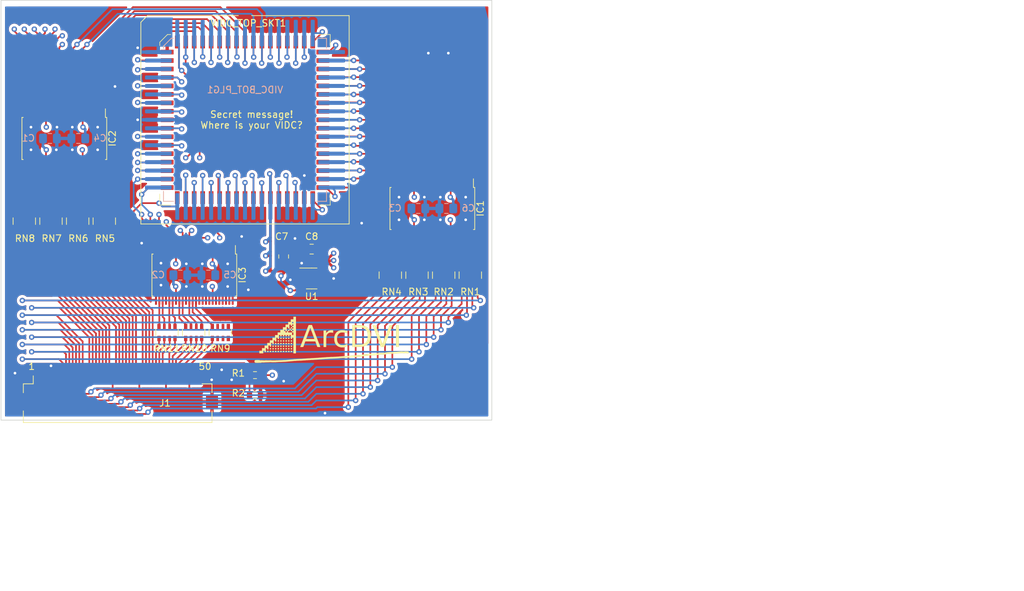
<source format=kicad_pcb>
(kicad_pcb (version 20211014) (generator pcbnew)
  (layers (0 "F.Cu" signal) (1 "In1.Cu" power) (2 "In2.Cu" power) (31 "B.Cu" signal) (34 "B.Paste" user) (35 "F.Paste" user) (36 "B.SilkS" user "B.Silkscreen") (37 "F.SilkS" user "F.Silkscreen") (38 "B.Mask" user) (39 "F.Mask" user) (44 "Edge.Cuts" user))
  (net 0 "")
  (net 1 "+3V3")
  (net 2 "GND")
  (net 3 "+5V")
  (net 4 "/D15")
  (net 5 "/D14")
  (net 6 "/D13")
  (net 7 "/D12")
  (net 8 "/D11")
  (net 9 "/D10")
  (net 10 "/D9")
  (net 11 "/D8")
  (net 12 "/D7")
  (net 13 "/D6")
  (net 14 "/D5")
  (net 15 "/D4")
  (net 16 "/D3")
  (net 17 "/D2")
  (net 18 "/D1")
  (net 19 "/D0")
  (net 20 "Net-(IC1-Pad26)")
  (net 21 "Net-(IC1-Pad27)")
  (net 22 "Net-(IC1-Pad29)")
  (net 23 "Net-(IC1-Pad30)")
  (net 24 "Net-(IC1-Pad32)")
  (net 25 "Net-(IC1-Pad33)")
  (net 26 "Net-(IC1-Pad35)")
  (net 27 "Net-(IC1-Pad36)")
  (net 28 "Net-(IC1-Pad37)")
  (net 29 "Net-(IC1-Pad38)")
  (net 30 "Net-(IC1-Pad40)")
  (net 31 "Net-(IC1-Pad41)")
  (net 32 "Net-(IC1-Pad43)")
  (net 33 "Net-(IC1-Pad44)")
  (net 34 "Net-(IC1-Pad46)")
  (net 35 "Net-(IC1-Pad47)")
  (net 36 "/D31")
  (net 37 "/D30")
  (net 38 "/D29")
  (net 39 "/D28")
  (net 40 "/D27")
  (net 41 "/D26")
  (net 42 "/D25")
  (net 43 "/D24")
  (net 44 "/D23")
  (net 45 "/D22")
  (net 46 "/D21")
  (net 47 "/D20")
  (net 48 "/D19")
  (net 49 "/D18")
  (net 50 "/D17")
  (net 51 "/D16")
  (net 52 "Net-(IC2-Pad26)")
  (net 53 "Net-(IC2-Pad27)")
  (net 54 "Net-(IC2-Pad29)")
  (net 55 "Net-(IC2-Pad30)")
  (net 56 "Net-(IC2-Pad32)")
  (net 57 "Net-(IC2-Pad33)")
  (net 58 "Net-(IC2-Pad35)")
  (net 59 "Net-(IC2-Pad36)")
  (net 60 "Net-(IC2-Pad37)")
  (net 61 "Net-(IC2-Pad38)")
  (net 62 "Net-(IC2-Pad40)")
  (net 63 "Net-(IC2-Pad41)")
  (net 64 "Net-(IC2-Pad43)")
  (net 65 "Net-(IC2-Pad44)")
  (net 66 "Net-(IC2-Pad46)")
  (net 67 "Net-(IC2-Pad47)")
  (net 68 "/NVIDW")
  (net 69 "/NVCS")
  (net 70 "/NHS")
  (net 71 "/NSNDRQ")
  (net 72 "/NVIDRQ")
  (net 73 "/FLYBK")
  (net 74 "/CKIN")
  (net 75 "/SNDAK")
  (net 76 "/VIDAK")
  (net 77 "Net-(J1-Pad1)")
  (net 78 "Net-(J1-Pad2)")
  (net 79 "Net-(J1-Pad3)")
  (net 81 "/RNL")
  (net 82 "/RCH-")
  (net 83 "/LCH-")
  (net 84 "/RCH+")
  (net 85 "/LCH+")
  (net 86 "/RSDAC")
  (net 87 "/VDDS")
  (net 88 "/RVDAC")
  (net 89 "/BOUT")
  (net 90 "/GOUT")
  (net 91 "/ROUT")
  (net 92 "/NSD0")
  (net 93 "/NSD1")
  (net 94 "/NSD2")
  (net 95 "/NSD3")
  (net 96 "/NIBSEL")
  (net 97 "/NVED0")
  (net 98 "/NVED1")
  (net 99 "/NVED2")
  (net 100 "/NVED3")
  (net 101 "/NSUP")
  (net 102 "/NHI")
  (net 103 "/SINK")
  (net 106 "Net-(J1-Pad4)")
  (net 107 "Net-(J1-Pad5)")
  (net 108 "Net-(J1-Pad19)")
  (net 109 "Net-(J1-Pad20)")
  (net 110 "Net-(J1-Pad21)")
  (net 111 "Net-(J1-Pad22)")
  (net 112 "Net-(J1-Pad23)")
  (net 113 "Net-(J1-Pad25)")
  (net 114 "Net-(J1-Pad26)")
  (net 115 "Net-(J1-Pad27)")
  (net 116 "Net-(J1-Pad28)")
  (net 117 "Net-(J1-Pad29)")
  (net 118 "Net-(J1-Pad30)")
  (net 119 "Net-(J1-Pad31)")
  (net 120 "Net-(J1-Pad33)")
  (net 121 "Net-(J1-Pad34)")
  (net 122 "Net-(J1-Pad35)")
  (net 123 "Net-(J1-Pad36)")
  (net 124 "Net-(IC3-Pad37)")
  (net 125 "Net-(J1-Pad6)")
  (net 126 "Net-(J1-Pad7)")
  (net 127 "Net-(J1-Pad9)")
  (net 128 "Net-(J1-Pad10)")
  (net 129 "Net-(J1-Pad11)")
  (net 130 "Net-(J1-Pad12)")
  (net 131 "Net-(J1-Pad13)")
  (net 132 "Net-(J1-Pad14)")
  (net 133 "Net-(J1-Pad15)")
  (net 134 "Net-(J1-Pad17)")
  (net 135 "Net-(J1-Pad18)")
  (net 136 "Net-(IC3-Pad26)")
  (net 137 "Net-(IC3-Pad29)")
  (net 145 "Net-(J1-Pad37)")
  (net 146 "/ID_DET")
  (net 147 "Net-(RN9-Pad5)")
  (net 148 "Net-(RN10-Pad4)")
  (net 149 "Net-(RN10-Pad5)")
  (net 150 "Net-(RN11-Pad3)")
  (net 151 "Net-(RN11-Pad1)")
  (net 152 "Net-(RN10-Pad3)")
  (net 153 "Net-(RN10-Pad2)")
  (net 154 "Net-(RN10-Pad1)")
  (net 155 "Net-(RN11-Pad6)")
  (net 156 "Net-(RN11-Pad7)")
  (net 157 "Net-(RN11-Pad8)")
  (net 158 "Net-(RN10-Pad6)")
  (net 159 "Net-(RN10-Pad7)")
  (net 160 "Net-(RN10-Pad8)")
  (footprint "Resistor_SMD:R_Array_Convex_4x0603" (layer "F.Cu") (at 79.69 134.67 -90)
    (fp_text reference "RN9")
    (fp_text value "4R-NCAY16")
  )
  (footprint "Resistor_SMD:R_Array_Convex_4x0603" (layer "F.Cu") (at 113.19 126.07 -90)
    (fp_text reference "RN2")
    (fp_text value "4R-NCAY16")
  )
  (footprint "Package_SO:TSSOP-48_6.1x12.5mm_P0.5mm" (layer "F.Cu") (at 111.49 116.07 -90)
    (fp_text reference "IC1")
    (fp_text value "SN74ALVC164245")
  )
  (footprint "Resistor_SMD:R_Array_Convex_4x0603" (layer "F.Cu") (at 50.29 117.97 -90)
    (fp_text reference "RN8")
    (fp_text value "4R-NCAY16")
  )
  (footprint "Resistor_SMD:R_0603_1608Metric" (layer "F.Cu") (at 84.89 141.07 180)
    (fp_text reference "R1")
    (fp_text value "4K7")
  )
  (footprint "Resistor_SMD:R_Array_Convex_4x0603" (layer "F.Cu") (at 117.19 126.07 -90)
    (fp_text reference "RN1")
    (fp_text value "4R-NCAY16")
  )
  (footprint "Capacitor_SMD:C_0805_2012Metric_Pad1.18x1.45mm_HandSolder" (layer "F.Cu") (at 89.19 123.27 90)
    (fp_text reference "C7")
    (fp_text value "C-EUC0805")
  )
  (footprint "Resistor_SMD:R_Array_Convex_4x0603" (layer "F.Cu") (at 58.29 117.97 -90)
    (fp_text reference "RN6")
    (fp_text value "4R-NCAY16")
  )
  (footprint "matt:PLCC68-plug-wide" (layer "F.Cu") (at 83.39 102.77)
    (fp_text reference "VIDC_BOT_PLG1")
    (fp_text value "RAW_PLCC68PTH")
  )
  (footprint "Resistor_SMD:R_Array_Convex_4x0603" (layer "F.Cu") (at 54.29 117.97 -90)
    (fp_text reference "RN7")
    (fp_text value "4R-NCAY16")
  )
  (footprint "Resistor_SMD:R_Array_Convex_4x0603" (layer "F.Cu") (at 71.69 134.67 -90)
    (fp_text reference "RN11")
    (fp_text value "4R-NCAY16")
  )
  (footprint "Resistor_SMD:R_Array_Convex_4x0603" (layer "F.Cu") (at 62.29 117.97 -90)
    (fp_text reference "RN5")
    (fp_text value "4R-NCAY16")
  )
  (footprint "LOGO" (layer "F.Cu") (at 98.477184 136.741639)
    (fp_text reference "G***" hide)
    (fp_text value "LOGO" hide)
  )
  (footprint "Package_TO_SOT_SMD:SOT-23-5" (layer "F.Cu") (at 93.39 126.57)
    (fp_text reference "U1")
    (fp_text value "MIC5219 3.3V")
  )
  (footprint "Resistor_SMD:R_0603_1608Metric" (layer "F.Cu") (at 84.89 144.07)
    (fp_text reference "R2")
    (fp_text value "4K7")
  )
  (footprint "Package_SO:TSSOP-48_6.1x12.5mm_P0.5mm" (layer "F.Cu") (at 56.29 105.57 -90)
    (fp_text reference "IC2")
    (fp_text value "SN74ALVC164245")
  )
  (footprint "Resistor_SMD:R_Array_Convex_4x0603" (layer "F.Cu") (at 109.19 126.07 -90)
    (fp_text reference "RN3")
    (fp_text value "4R-NCAY16")
  )
  (footprint "Resistor_SMD:R_Array_Convex_4x0603" (layer "F.Cu") (at 105.19 126.07 -90)
    (fp_text reference "RN4")
    (fp_text value "4R-NCAY16")
  )
  (footprint "Package_SO:TSSOP-48_6.1x12.5mm_P0.5mm" (layer "F.Cu") (at 75.79 126.07 -90)
    (fp_text reference "IC3")
    (fp_text value "SN74ALVC164245")
  )
  (footprint "Capacitor_SMD:C_0805_2012Metric_Pad1.18x1.45mm_HandSolder" (layer "F.Cu") (at 93.39 122.17 180)
    (fp_text reference "C8")
    (fp_text value "C-EUC0805")
  )
  (footprint "Package_LCC:PLCC-68_SMD-Socket" (layer "F.Cu") (at 83.39 102.77)
    (fp_text reference "VIDC_TOP_SKT1")
    (fp_text value "RAW_PLCC68PTH")
  )
  (footprint "Resistor_SMD:R_Array_Convex_4x0603" (layer "F.Cu") (at 75.69 134.67 -90)
    (fp_text reference "RN10")
    (fp_text value "4R-NCAY16")
  )
  (footprint "Connector_FFC-FPC:Hirose_FH12-50S-0.5SH_1x50-1MP_P0.50mm_Horizontal" (layer "F.Cu") (at 64.29 143.67)
    (fp_text reference "J1")
    (fp_text value "Connector_50pin_FFC")
  )
  (footprint "Capacitor_SMD:C_0805_2012Metric_Pad1.18x1.45mm_HandSolder" (layer "B.Cu") (at 77.89 126.07 180)
    (fp_text reference "C5")
    (fp_text value "C-EUC0805")
  )
  (footprint "Capacitor_SMD:C_0805_2012Metric_Pad1.18x1.45mm_HandSolder" (layer "B.Cu") (at 54.1275 105.57)
    (fp_text reference "C1")
    (fp_text value "C-EUC0805")
  )
  (footprint "Capacitor_SMD:C_0805_2012Metric_Pad1.18x1.45mm_HandSolder" (layer "B.Cu") (at 73.69 126.07)
    (fp_text reference "C2")
    (fp_text value "C-EUC0805")
  )
  (footprint "Capacitor_SMD:C_0805_2012Metric_Pad1.18x1.45mm_HandSolder" (layer "B.Cu") (at 113.59 116.07 180)
    (fp_text reference "C6")
    (fp_text value "C-EUC0805")
  )
  (footprint "Capacitor_SMD:C_0805_2012Metric_Pad1.18x1.45mm_HandSolder" (layer "B.Cu") (at 109.39 116.07)
    (fp_text reference "C3")
    (fp_text value "C-EUC0805")
  )
  (footprint "Capacitor_SMD:C_0805_2012Metric_Pad1.18x1.45mm_HandSolder" (layer "B.Cu") (at 58.39 105.57 180)
    (fp_text reference "C4")
    (fp_text value "C-EUC0805")
  )
  (gr_line (start 116.39 92.77) (end 116.39 88.77) (layer "F.Cu") (width 0.5))
  (gr_line (start 116.39 88.77) (end 114.39 90.77) (layer "F.Cu") (width 0.5))
  (gr_line (start 108.39 92.77) (end 108.39 88.77) (layer "F.Cu") (width 0.5))
  (gr_arc (start 116.39 92.77) (mid 112.39 96.77) (end 108.39 92.77) (layer "F.Cu") (width 0.5))
  (gr_line (start 108.39 88.77) (end 110.39 90.77) (layer "F.Cu") (width 0.5))
  (gr_rect (start 46.795 84.85) (end 120.41 147.82) (layer "Edge.Cuts") (width 0.1) (fill none))
  (gr_text "ArcDVI\nv2 110523\nA440 interposer\n\n(c) Matt Evans 2023\n" (at 119.39 141.77) (layer "F.Cu") (effects (font (size 1.2 1.1)) (justify right)))
  (gr_text "50" (at 77.39 139.77) (layer "F.SilkS") (effects (font (size 1 1))))
  (gr_text "Secret message!\nWhere is your VIDC?" (at 84.39 102.77) (layer "F.SilkS") (effects (font (size 1 1))))
  (gr_text "1" (at 51.39 139.77) (layer "F.SilkS") (effects (font (size 1 1))))
  (segment (start 95.59 123.9075) (end 95.59 123.87) (width 0.4) (layer "F.Cu") (net 1))
  (segment (start 95.6525 123.9075) (end 95.6525 123.9325) (width 0.4) (layer "F.Cu") (net 1))
  (segment (start 94.4275 123.9075) (end 95.6525 123.9075) (width 0.4) (layer "F.Cu") (net 1))
  (segment (start 53.54 109.2825) (end 53.54 107.32) (width 0.25) (layer "F.Cu") (net 1))
  (segment (start 94.4275 125.52) (end 94.4275 123.9075) (width 0.4) (layer "F.Cu") (net 1))
  (segment (start 95.59 123.87) (end 96.69 122.77) (width 0.4) (layer "F.Cu") (net 1))
  (segment (start 96.6525 123.9075) (end 95.59 123.9075) (width 0.4) (layer "F.Cu") (net 1))
  (segment (start 94.5275 125.62) (end 94.4275 125.52) (width 0.25) (layer "F.Cu") (net 1))
  (segment (start 59.04 109.2825) (end 59.04 107.32) (width 0.25) (layer "F.Cu") (net 1))
  (segment (start 59.04 107.32) (end 58.99 107.27) (width 0.25) (layer "F.Cu") (net 1))
  (segment (start 72.99 127.77) (end 73.04 127.82) (width 0.25) (layer "F.Cu") (net 1))
  (segment (start 114.24 117.82) (end 114.19 117.77) (width 0.25) (layer "F.Cu") (net 1))
  (segment (start 78.54 127.82) (end 78.54 129.7825) (width 0.25) (layer "F.Cu") (net 1))
  (segment (start 73.04 127.82) (end 73.04 129.7825) (width 0.25) (layer "F.Cu") (net 1))
  (segment (start 78.49 127.77) (end 78.54 127.82) (width 0.25) (layer "F.Cu") (net 1))
  (segment (start 108.74 117.82) (end 108.74 119.7825) (width 0.25) (layer "F.Cu") (net 1))
  (segment (start 85.715 141.07) (end 87.49 141.07) (width 0.25) (layer "F.Cu") (net 1))
  (segment (start 114.24 119.7825) (end 114.24 117.82) (width 0.25) (layer "F.Cu") (net 1))
  (segment (start 95.6525 123.9325) (end 96.69 124.97) (width 0.4) (layer "F.Cu") (net 1))
  (segment (start 53.54 107.32) (end 53.59 107.27) (width 0.25) (layer "F.Cu") (net 1))
  (segment (start 96.69 123.87) (end 96.6525 123.9075) (width 0.4) (layer "F.Cu") (net 1))
  (segment (start 108.79 117.77) (end 108.74 117.82) (width 0.25) (layer "F.Cu") (net 1))
  (segment (start 94.4275 123.9075) (end 94.4275 122.17) (width 0.4) (layer "F.Cu") (net 1))
  (via (at 58.99 107.27) (size 0.8) (drill 0.4) (layers "F.Cu" "B.Cu") (net 1))
  (via (at 96.69 122.77) (size 0.8) (drill 0.4) (layers "F.Cu" "B.Cu") (net 1))
  (via (at 78.49 127.77) (size 0.8) (drill 0.4) (layers "F.Cu" "B.Cu") (net 1))
  (via (at 96.69 124.97) (size 0.8) (drill 0.4) (layers "F.Cu" "B.Cu") (net 1))
  (via (at 53.59 107.27) (size 0.8) (drill 0.4) (layers "F.Cu" "B.Cu") (net 1))
  (via (at 114.19 117.77) (size 0.8) (drill 0.4) (layers "F.Cu" "B.Cu") (net 1))
  (via (at 72.99 127.77) (size 0.8) (drill 0.4) (layers "F.Cu" "B.Cu") (net 1))
  (via (at 87.49 141.07) (size 0.8) (drill 0.4) (layers "F.Cu" "B.Cu") (net 1))
  (via (at 96.69 123.87) (size 0.8) (drill 0.4) (layers "F.Cu" "B.Cu") (net 1))
  (via (at 108.79 117.77) (size 0.8) (drill 0.4) (layers "F.Cu" "B.Cu") (net 1))
  (segment (start 53.09 105.57) (end 53.09 106.77) (width 0.4) (layer "B.Cu") (net 1))
  (segment (start 108.3525 117.3325) (end 108.79 117.77) (width 0.4) (layer "B.Cu") (net 1))
  (segment (start 108.3525 116.07) (end 108.3525 117.3325) (width 0.4) (layer "B.Cu") (net 1))
  (segment (start 72.6525 127.4325) (end 72.99 127.77) (width 0.4) (layer "B.Cu") (net 1))
  (segment (start 53.09 106.77) (end 53.59 107.27) (width 0.4) (layer "B.Cu") (net 1))
  (segment (start 72.6525 126.07) (end 72.6525 127.4325) (width 0.4) (layer "B.Cu") (net 1))
  (segment (start 106.49 114.37) (end 105.99 114.37) (width 0.25) (layer "F.Cu") (net 2))
  (segment (start 117.09 114.37) (end 117.24 114.22) (width 0.25) (layer "F.Cu") (net 2))
  (segment (start 115.89 114.37) (end 115.74 114.22) (width 0.25) (layer "F.Cu") (net 2))
  (segment (start 62.04 109.2825) (end 62.04 107.52) (width 0.25) (layer "F.Cu") (net 2))
  (segment (start 110.24 114.32) (end 110.24 112.3575) (width 0.25) (layer "F.Cu") (net 2))
  (segment (start 74.59 143.47) (end 76.19 145.07) (width 0.25) (layer "F.Cu") (net 2))
  (segment (start 115.99 117.77) (end 116.49 117.77) (width 0.25) (layer "F.Cu") (net 2))
  (segment (start 63.89 143.47) (end 67.49 143.47) (width 0.25) (layer "F.Cu") (net 2))
  (segment (start 60.69 103.87) (end 61.29 103.87) (width 0.25) (layer "F.Cu") (net 2))
  (segment (start 80.79 124.37) (end 80.19 124.37) (width 0.25) (layer "F.Cu") (net 2))
  (segment (start 106.99 117.77) (end 106.49 117.77) (width 0.25) (layer "F.Cu") (net 2))
  (segment (start 112.74 117.82) (end 112.69 117.77) (width 0.25) (layer "F.Cu") (net 2))
  (segment (start 51.84 107.27) (end 52.04 107.47) (width 0.25) (layer "F.Cu") (net 2))
  (segment (start 76.19 145.07) (end 78.44 145.07) (width 0.25) (layer "F.Cu") (net 2))
  (segment (start 81.54 127.92) (end 81.39 127.77) (width 0.25) (layer "F.Cu") (net 2))
  (segment (start 105.99 114.37) (end 105.74 114.12) (width 0.25) (layer "F.Cu") (net 2))
  (segment (start 55.54 141.82) (end 55.54 140.12) (width 0.25) (layer "F.Cu") (net 2))
  (segment (start 55.84 143.07) (end 55.54 142.77) (width 0.25) (layer "F.Cu") (net 2))
  (segment (start 90.89 122.07) (end 90.79 122.17) (width 0.25) (layer "F.Cu") (net 2))
  (segment (start 116.49 114.37) (end 117.09 114.37) (width 0.25) (layer "F.Cu") (net 2))
  (segment (start 106.49 114.37) (end 106.99 114.37) (width 0.25) (layer "F.Cu") (net 2))
  (segment (start 70.79 124.27) (end 71.29 124.27) (width 0.25) (layer "F.Cu") (net 2))
  (segment (start 107.24 118.02) (end 106.99 117.77) (width 0.25) (layer "F.Cu") (net 2))
  (segment (start 77.04 122.3575) (end 77.54 122.3575) (width 0.25) (layer "F.Cu") (net 2))
  (segment (start 62.04 101.8575) (end 62.04 103.72) (width 0.25) (layer "F.Cu") (net 2))
  (segment (start 57.49 107.27) (end 57.54 107.32) (width 0.25) (layer "F.Cu") (net 2))
  (segment (start 117.24 114.22) (end 117.24 112.3575) (width 0.25) (layer "F.Cu") (net 2))
  (segment (start 67.54 143.42) (end 67.49 143.47) (width 0.25) (layer "F.Cu") (net 2))
  (segment (start 92.2525 126.57) (end 90.39 126.57) (width 0.4) (layer "F.Cu") (net 2))
  (segment (start 50.54 103.72) (end 50.54 101.8575) (width 0.25) (layer "F.Cu") (net 2))
  (segment (start 107.24 119.7825) (end 107.24 118.02) (width 0.25) (layer "F.Cu") (net 2))
  (segment (start 57.54 101.8575) (end 57.54 103.82) (width 0.25) (layer "F.Cu") (net 2))
  (segment (start 117.24 119.7825) (end 117.24 118.02) (width 0.25) (layer "F.Cu") (net 2))
  (segment (start 106.99 114.37) (end 107.24 114.12) (width 0.25) (layer "F.Cu") (net 2))
  (segment (start 110.29 114.37) (end 110.24 114.32) (width 0.25) (layer "F.Cu") (net 2))
  (segment (start 57.54 103.82) (end 57.49 103.87) (width 0.25) (layer "F.Cu") (net 2))
  (segment (start 61.79 107.27) (end 61.29 107.27) (width 0.25) (layer "F.Cu") (net 2))
  (segment (start 59.29 143.07) (end 55.84 143.07) (width 0.25) (layer "F.Cu") (net 2))
  (segment (start 51.89 139.67) (end 50.14 141.42) (width 0.25) (layer "F.Cu") (net 2))
  (segment (start 59.54 142.82) (end 59.29 143.07) (width 0.25) (layer "F.Cu") (net 2))
  (segment (start 67.54 141.82) (end 67.54 143.42) (width 0.25) (layer "F.Cu") (net 2))
  (segment (start 68.03 92.71) (end 71.6175 92.71) (width 0.4) (layer "F.Cu") (net 2))
  (segment (start 81.54 129.7825) (end 81.54 127.92) (width 0.25) (layer "F.Cu") (net 2))
  (segment (start 81.39 124.37) (end 81.54 124.22) (width 0.25) (layer "F.Cu") (net 2))
  (segment (start 55.04 107.32) (end 55.04 109.2825) (width 0.25) (layer "F.Cu") (net 2))
  (segment (start 51.89 103.87) (end 52.04 103.72) (width 0.25) (layer "F.Cu") (net 2))
  (segment (start 57.54 107.32) (end 57.54 109.2825) (width 0.25) (layer "F.Cu") (net 2))
  (segment (start 67.29 91.97) (end 68.03 92.71) (width 0.4) (layer "F.Cu") (net 2))
  (segment (start 78.44 141.82) (end 78.44 145.07) (width 0.25) (layer "F.Cu") (net 2))
  (segment (start 80.04 129.7825) (end 80.04 127.92) (width 0.25) (layer "F.Cu") (net 2))
  (segment (start 59.54 141.82) (end 59.54 142.82) (width 0.25) (layer "F.Cu") (net 2))
  (segment (start 75.04 143.02) (end 75.04 141.82) (width 0.25) (layer "F.Cu") (net 2))
  (segment (start 62.04 107.52) (end 61.79 107.27) (width 0.25) (layer "F.Cu") (net 2))
  (segment (start 110.24 119.7825) (end 110.24 117.82) (width 0.25) (layer "F.Cu") (net 2))
  (segment (start 55.54 140.12) (end 55.09 139.67) (width 0.25) (layer "F.Cu") (net 2))
  (segment (start 90.39 126.57) (end 90.19 126.77) (width 0.4) (layer "F.Cu") (net 2))
  (segment (start 89.2525 122.17) (end 89.19 122.2325) (width 0.25) (layer "F.Cu") (net 2))
  (segment (start 50.69 103.87) (end 50.54 103.72) (width 0.25) (layer "F.Cu") (net 2))
  (segment (start 80.79 124.37) (end 81.39 124.37) (width 0.25) (layer "F.Cu") (net 2))
  (segment (start 107.24 114.12) (end 107.24 112.3575) (width 0.25) (layer "F.Cu") (net 2))
  (segment (start 77.04 124.32) (end 76.99 124.37) (width 0.25) (layer "F.Cu") (net 2))
  (segment (start 71.49 143.47) (end 74.59 143.47) (width 0.25) (layer "F.Cu") (net 2))
  (segment (start 60.79 107.27) (end 61.29 107.27) (width 0.25) (layer "F.Cu") (net 2))
  (segment (start 55.54 142.77) (end 55.54 141.82) (width 0.25) (layer "F.Cu") (net 2))
  (segment (start 70.04 129.7825) (end 70.04 127.82) (width 0.25) (layer "F.Cu") (net 2))
  (segment (start 90.79 122.17) (end 89.2525 122.17) (width 0.4) (layer "F.Cu") (net 2))
  (segment (start 80.19 124.37) (end 80.04 124.22) (width 0.25) (layer "F.Cu") (net 2))
  (segment (start 52.04 107.47) (end 52.04 109.2825) (width 0.25) (layer "F.Cu") (net 2))
  (segment (start 50.14 141.42) (end 50.14 145.07) (width 0.25) (layer "F.Cu") (net 2))
  (segment (start 62.04 103.72) (end 61.89 103.87) (width 0.25) (layer "F.Cu") (net 2))
  (segment (start 116.99 117.77) (end 116.49 117.77) (width 0.25) (layer "F.Cu") (net 2))
  (segment (start 74.54 122.3575) (end 74.54 124.32) (width 0.25) (layer "F.Cu") (net 2))
  (segment (start 79.54 122.3575) (end 80.04 122.3575) (width 0.25) (layer "F.Cu") (net 2))
  (segment (start 55.04 103.72) (end 55.19 103.87) (width 0.25) (layer "F.Cu") (net 2))
  (segment (start 71.54 127.82) (end 71.29 127.57) (width 0.25) (layer "F.Cu") (net 2))
  (segment (start 74.54 129.7825) (end 74.54 127.82) (width 0.25) (layer "F.Cu") (net 2))
  (segment (start 80.04 122.3575) (end 80.54 122.3575) (width 0.25) (layer "F.Cu") (net 2))
  (segment (start 105.74 114.12) (end 105.74 112.3575) (width 0.25) (layer "F.Cu") (net 2))
  (segment (start 92.3525 122.17) (end 90.79 122.17) (width 0.4) (layer "F.Cu") (net 2))
  (segment (start 80.04 127.92) (end 80.19 127.77) (width 0.25) (layer "F.Cu") (net 2))
  (segment (start 78.04 122.3575) (end 77.54 122.3575) (width 0.25) (layer "F.Cu") (net 2))
  (segment (start 54.29 139.67) (end 51.89 139.67) (width 0.25) (layer "F.Cu") (net 2))
  (segment (start 74.54 127.82) (end 74.59 127.77) (width 0.25) (layer "F.Cu") (net 2))
  (segment (start 61.89 103.87) (end 61.29 103.87) (width 0.25) (layer "F.Cu") (net 2))
  (segment (start 90.89 120.57) (end 90.89 122.07) (width 0.4) (layer "F.Cu") (net 2))
  (segment (start 67.49 143.47) (end 71.49 143.47) (width 0.25) (layer "F.Cu") (net 2))
  (segment (start 77.04 122.3575) (end 77.04 124.32) (width 0.25) (layer "F.Cu") (net 2))
  (segment (start 76.54 122.3575) (end 77.04 122.3575) (width 0.25) (layer "F.Cu") (net 2))
  (segment (start 71.54 141.82) (end 71.54 143.42) (width 0.25) (layer "F.Cu") (net 2))
  (segment (start 51.29 107.27) (end 50.74 107.27) (width 0.25) (layer "F.Cu") (net 2))
  (segment (start 70.29 124.27) (end 70.04 124.02) (width 0.25) (layer "F.Cu") (net 2))
  (segment (start 55.04 101.8575) (end 55.04 103.72) (width 0.25) (layer "F.Cu") (net 2))
  (segment (start 51.29 107.27) (end 51.84 107.27) (width 0.25) (layer "F.Cu") (net 2))
  (segment (start 87.09 144.07) (end 89.19 141.97) (width 0.25) (layer "F.Cu") (net 2))
  (segment (start 71.29 127.57) (end 70.79 127.57) (width 0.25) (layer "F.Cu") (net 2))
  (segment (start 63.54 141.82) (end 63.54 143.12) (width 0.25) (layer "F.Cu") (net 2))
  (segment (start 55.09 107.27) (end 55.04 107.32) (width 0.25) (layer "F.Cu") (net 2))
  (segment (start 105.74 119.7825) (end 105.74 117.92) (width 0.25) (layer "F.Cu") (net 2))
  (segment (start 60.54 103.72) (end 60.69 103.87) (width 0.25) (layer "F.Cu") (net 2))
  (segment (start 76.99 127.77) (end 77.04 127.82) (width 0.25) (layer "F.Cu") (net 2))
  (segment (start 74.54 124.32) (end 74.59 124.37) (width 0.25) (layer "F.Cu") (net 2))
  (segment (start 81.54 124.22) (end 81.54 122.3575) (width 0.25) (layer "F.Cu") (net 2))
  (segment (start 80.19 127.77) (end 80.79 127.77) (width 0.25) (layer "F.Cu") (net 2))
  (segment (start 71.54 143.42) (end 71.49 143.47) (width 0.25) (layer "F.Cu") (net 2))
  (segment (start 71.6175 92.71) (end 71.7175 92.61) (width 0.25) (layer "F.Cu") (net 2))
  (segment (start 110.24 117.82) (end 110.29 117.77) (width 0.25) (layer "F.Cu") (net 2))
  (segment (start 81.04 122.3575) (end 80.54 122.3575) (width 0.25) (layer "F.Cu") (net 2))
  (segment (start 105.74 117.92) (end 105.89 117.77) (width 0.25) (layer "F.Cu") (net 2))
  (segment (start 77.04 127.82) (end 77.04 129.7825) (width 0.25) (layer "F.Cu") (net 2))
  (segment (start 80.04 124.22) (end 80.04 122.3575) (width 0.25) (layer "F.Cu") (net 2))
  (segment (start 51.29 103.87) (end 50.69 103.87) (width 0.25) (layer "F.Cu") (net 2))
  (segment (start 81.54 122.3575) (end 81.04 122.3575) (width 0.25) (layer "F.Cu") (net 2))
  (segment (start 92.29 114.4325) (end 92.28 114.4425) (width 0.25) (layer "F.Cu") (net 2))
  (segment (start 116.49 114.37) (end 115.89 114.37) (width 0.25) (layer "F.Cu") (net 2))
  (segment (start 71.29 124.27) (end 71.54 124.02) (width 0.25) (layer "F.Cu") (net 2))
  (segment (start 85.715 144.07) (end 87.09 144.07) (width 0.25) (layer "F.Cu") (net 2))
  (segment (start 50.54 107.47) (end 50.54 109.2825) (width 0.25) (layer "F.Cu") (net 2))
  (segment (start 92.2525 126.57) (end 96.69 126.57) (width 0.4) (layer "F.Cu") (net 2))
  (segment (start 112.74 119.7825) (end 112.74 117.82) (width 0.25) (layer "F.Cu") (net 2))
  (segment (start 50.74 107.27) (end 50.54 107.47) (width 0.25) (layer "F.Cu") (net 2))
  (segment (start 60.54 107.52) (end 60.79 107.27) (width 0.25) (layer "F.Cu") (net 2))
  (segment (start 112.74 114.32) (end 112.74 112.3575) (width 0.25) (layer "F.Cu") (net 2))
  (segment (start 55.09 139.67) (end 54.29 139.67) (width 0.25) (layer "F.Cu") (net 2))
  (segment (start 92.29 111.125) (end 92.29 114.4325) (width 0.4) (layer "F.Cu") (net 2))
  (segment (start 74.59 143.47) (end 75.04 143.02) (width 0.25) (layer "F.Cu") (net 2))
  (segment (start 115.74 118.02) (end 115.99 117.77) (width 0.25) (layer "F.Cu") (net 2))
  (segment (start 115.74 114.22) (end 115.74 112.3575) (width 0.25) (layer "F.Cu") (net 2))
  (segment (start 71.54 124.02) (end 71.54 122.3575) (width 0.25) (layer "F.Cu") (net 2))
  (segment (start 51.29 103.87) (end 51.89 103.87) (width 0.25) (layer "F.Cu") (net 2))
  (segment (start 81.39 127.77) (end 80.79 127.77) (width 0.25) (layer "F.Cu") (net 2))
  (segment (start 79.04 122.3575) (end 79.54 122.3575) (width 0.25) (layer "F.Cu") (net 2))
  (segment (start 60.54 101.8575) (end 60.54 103.72) (width 0.25) (layer "F.Cu") (net 2))
  (segment (start 70.79 124.27) (end 70.29 124.27) (width 0.25) (layer "F.Cu") (net 2))
  (segment (start 71.7175 102.77) (end 67.29 102.77) (width 0.4) (layer "F.Cu") (net 2))
  (segment (start 112.69 114.37) (end 112.74 114.32) (width 0.25) (layer "F.Cu") (net 2))
  (segment (start 52.04 103.72) (end 52.04 101.8575) (width 0.25) (layer "F.Cu") (net 2))
  (segment (start 115.74 119.7825) (end 115.74 118.02) (width 0.25) (layer "F.Cu") (net 2))
  (segment (start 60.54 109.2825) (end 60.54 107.52) (width 0.25) (layer "F.Cu") (net 2))
  (segment (start 63.54 143.12) (end 63.89 143.47) (width 0.25) (layer "F.Cu") (net 2))
  (segment (start 71.54 129.7825) (end 71.54 127.82) (width 0.25) (layer "F.Cu") (net 2))
  (segment (start 70.04 124.02) (end 70.04 122.3575) (width 0.25) (layer "F.Cu") (net 2))
  (segment (start 117.24 118.02) (end 116.99 117.77) (width 0.25) (layer "F.Cu") (net 2))
  (segment (start 70.29 127.57) (end 70.79 127.57) (width 0.25) (layer "F.Cu") (net 2))
  (segment (start 70.04 127.82) (end 70.29 127.57) (width 0.25) (layer "F.Cu") (net 2))
  (segment (start 78.39 141.77) (end 78.44 141.82) (width 0.25) (layer "F.Cu") (net 2))
  (segment (start 105.89 117.77) (end 106.49 117.77) (width 0.25) (layer "F.Cu") (net 2))
  (via (at 106.49 117.77) (size 0.8) (drill 0.4) (layers "F.Cu" "B.Cu") (net 2))
  (via (at 112.69 117.77) (size 0.8) (drill 0.4) (layers "F.Cu" "B.Cu") (net 2))
  (via (at 70.79 124.27) (size 0.8) (drill 0.4) (layers "F.Cu" "B.Cu") (net 2))
  (via (at 55.09 107.27) (size 0.8) (drill 0.4) (layers "F.Cu" "B.Cu") (net 2))
  (via (at 78.39 141.77) (size 0.8) (drill 0.4) (layers "F.Cu" "B.Cu") (net 2))
  (via (at 74.59 127.77) (size 0.8) (drill 0.4) (layers "F.Cu" "B.Cu") (net 2))
  (via (at 116.49 114.37) (size 0.8) (drill 0.4) (layers "F.Cu" "B.Cu") (net 2))
  (via (at 95.39 146.77) (size 0.8) (drill 0.4) (layers "F.Cu" "B.Cu") (net 2))
  (via (at 91.89 124.27) (size 0.8) (drill 0.4) (layers "F.Cu" "B.Cu") (net 2))
  (via (at 67.29 102.77) (size 0.8) (drill 0.4) (layers "F.Cu" "B.Cu") (net 2))
  (via (at 79.89 140.27) (size 0.8) (drill 0.4) (layers "F.Cu" "B.Cu") (net 2))
  (via (at 67.29 91.97) (size 0.8) (drill 0.4) (layers "F.Cu" "B.Cu") (net 2))
  (via (at 83.89 128.27) (size 0.8) (drill 0.4) (layers "F.Cu" "B.Cu") (net 2))
  (via (at 110.29 114.37) (size 0.8) (drill 0.4) (layers "F.Cu" "B.Cu") (net 2))
  (via (at 70.79 127.57) (size 0.8) (drill 0.4) (layers "F.Cu" "B.Cu") (net 2))
  (via (at 51.29 103.87) (size 0.8) (drill 0.4) (layers "F.Cu" "B.Cu") (net 2))
  (via (at 61.29 107.27) (size 0.8) (drill 0.4) (layers "F.Cu" "B.Cu") (net 2))
  (via (at 89.19 141.97) (size 0.8) (drill 0.4) (layers "F.Cu" "B.Cu") (net 2))
  (via (at 113.89 92.77) (size 0.8) (drill 0.4) (layers "F.Cu" "B.Cu") (net 2))
  (via (at 106.49 114.37) (size 0.8) (drill 0.4) (layers "F.Cu" "B.Cu") (net 2))
  (via (at 61.29 103.87) (size 0.8) (drill 0.4) (layers "F.Cu" "B.Cu") (net 2))
  (via (at 76.99 127.77) (size 0.8) (drill 0.4) (layers "F.Cu" "B.Cu") (net 2))
  (via (at 54.29 139.67) (size 0.8) (drill 0.4) (layers "F.Cu" "B.Cu") (net 2))
  (via (at 90.89 120.57) (size 0.8) (drill 0.4) (layers "F.Cu" "B.Cu") (net 2))
  (via (at 110.29 117.77) (size 0.8) (drill 0.4) (layers "F.Cu" "B.Cu") (net 2))
  (via (at 81.39 141.77) (size 0.8) (drill 0.4) (layers "F.Cu" "B.Cu") (net 2))
  (via (at 96.69 126.57) (size 0.8) (drill 0.4) (layers "F.Cu" "B.Cu") (net 2))
  (via (at 55.19 103.87) (size 0.8) (drill 0.4) (layers "F.Cu" "B.Cu") (net 2))
  (via (at 57.49 103.87) (size 0.8) (drill 0.4) (layers "F.Cu" "B.Cu") (net 2))
  (via (at 90.19 126.77) (size 0.8) (drill 0.4) (layers "F.Cu" "B.Cu") (net 2))
  (via (at 48.89 140.77) (size 0.8) (drill 0.4) (layers "F.Cu" "B.Cu") (net 2))
  (via (at 63.89 97.77) (size 0.8) (drill 0.4) (layers "F.Cu" "B.Cu") (net 2))
  (via (at 116.49 117.77) (size 0.8) (drill 0.4) (layers "F.Cu" "B.Cu") (net 2))
  (via (at 92.29 111.125) (size 0.8) (drill 0.4) (layers "F.Cu" "B.Cu") (net 2))
  (via (at 80.79 127.77) (size 0.8) (drill 0.4) (layers "F.Cu" "B.Cu") (net 2))
  (via (at 110.89 92.77) (size 0.8) (drill 0.4) (layers "F.Cu" "B.Cu") (net 2))
  (via (at 100.89 118.27) (size 0.8) (drill 0.4) (layers "F.Cu" "B.Cu") (net 2))
  (via (at 80.79 124.37) (size 0.8) (drill 0.4) (layers "F.Cu" "B.Cu") (net 2))
  (via (at 57.49 107.27) (size 0.8) (drill 0.4) (layers "F.Cu" "B.Cu") (net 2))
  (via (at 67.89 121.27) (size 0.8) (drill 0.4) (layers "F.Cu" "B.Cu") (net 2))
  (via (at 82.89 120.27) (size 0.8) (drill 0.4) (layers "F.Cu" "B.Cu") (net 2))
  (via (at 74.59 124.37) (size 0.8) (drill 0.4) (layers "F.Cu" "B.Cu") (net 2))
  (via (at 51.29 107.27) (size 0.8) (drill 0.4) (layers "F.Cu" "B.Cu") (net 2))
  (via (at 76.99 124.37) (size 0.8) (drill 0.4) (layers "F.Cu" "B.Cu") (net 2))
  (via (at 112.69 114.37) (size 0.8) (drill 0.4) (layers "F.Cu" "B.Cu") (net 2))
  (segment (start 92.29 115.76) (end 92.28 115.77) (width 0.25) (layer "B.Cu") (net 2))
  (segment (start 55.09 107.27) (end 55.165 107.195) (width 0.4) (layer "B.Cu") (net 2))
  (segment (start 92.29 111.125) (end 92.29 115.76) (width 0.4) (layer "B.Cu") (net 2))
  (segment (start 110.4275 116.07) (end 110.4275 117.6325) (width 0.4) (layer "B.Cu") (net 2))
  (segment (start 67.93 92.61) (end 70.39 92.61) (width 0.4) (layer "B.Cu") (net 2))
  (segment (start 55.165 107.195) (end 55.165 105.57) (width 0.4) (layer "B.Cu") (net 2))
  (segment (start 55.165 105.57) (end 57.3525 105.57) (width 0.4) (layer "B.Cu") (net 2))
  (segment (start 74.7275 126.07) (end 76.8525 126.07) (width 0.4) (layer "B.Cu") (net 2))
  (segment (start 67.29 102.77) (end 70.39 102.77) (width 0.4) (layer "B.Cu") (net 2))
  (segment (start 74.7275 126.07) (end 74.7275 127.6325) (width 0.4) (layer "B.Cu") (net 2))
  (segment (start 74.7275 127.6325) (end 74.59 127.77) (width 0.4) (layer "B.Cu") (net 2))
  (segment (start 110.4275 116.07) (end 112.5525 116.07) (width 0.4) (layer "B.Cu") (net 2))
  (segment (start 110.4275 117.6325) (end 110.29 117.77) (width 0.25) (layer "B.Cu") (net 2))
  (segment (start 67.29 91.97) (end 67.93 92.61) (width 0.4) (layer "B.Cu") (net 2))
  (segment (start 73.04 122.3575) (end 73.04 124.32) (width 0.25) (layer "F.Cu") (net 3))
  (segment (start 114.19 114.37) (end 114.24 114.32) (width 0.25) (layer "F.Cu") (net 3))
  (segment (start 87.2 123.16) (end 87.2 125.47) (width 0.4) (layer "F.Cu") (net 3))
  (segment (start 89.19 124.87) (end 89.79 125.47) (width 0.4) (layer "F.Cu") (net 3))
  (segment (start 78.54 124.32) (end 78.54 122.3575) (width 0.25) (layer "F.Cu") (net 3))
  (segment (start 89.19 124.3075) (end 89.19 124.87) (width 0.4) (layer "F.Cu") (net 3))
  (segment (start 114.24 114.32) (end 114.24 112.3575) (width 0.25) (layer "F.Cu") (net 3))
  (segment (start 59.09 103.87) (end 59.04 103.82) (width 0.25) (layer "F.Cu") (net 3))
  (segment (start 90.89 128.37) (end 90.19 128.37) (width 0.25) (layer "F.Cu") (net 3))
  (segment (start 59.04 103.82) (end 59.04 101.8575) (width 0.25) (layer "F.Cu") (net 3))
  (segment (start 87.2 120.98) (end 87.2 123.16) (width 0.4) (layer "F.Cu") (net 3))
  (segment (start 78.49 124.37) (end 78.54 124.32) (width 0.25) (layer "F.Cu") (net 3))
  (segment (start 86.58 120.98) (end 87.2 120.98) (width 0.4) (layer "F.Cu") (net 3))
  (segment (start 86.49 121.07) (end 86.58 120.98) (width 0.4) (layer "F.Cu") (net 3))
  (segment (start 108.79 114.37) (end 108.74 114.32) (width 0.25) (layer "F.Cu") (net 3))
  (segment (start 108.74 114.32) (end 108.74 112.3575) (width 0.25) (layer "F.Cu") (net 3))
  (segment (start 87.2 123.16) (end 86.5 123.16) (width 0.4) (layer "F.Cu") (net 3))
  (segment (start 87.09 110.87) (end 87.2 110.98) (width 0.4) (layer "F.Cu") (net 3))
  (segment (start 89.79 125.47) (end 89.99 125.47) (width 0.4) (layer "F.Cu") (net 3))
  (segment (start 73.04 124.32) (end 72.99 124.37) (width 0.25) (layer "F.Cu") (net 3))
  (segment (start 92.1025 125.47) (end 92.2525 125.62) (width 0.4) (layer "F.Cu") (net 3))
  (segment (start 88.79 126.17) (end 89.49 125.47) (width 0.4) (layer "F.Cu") (net 3))
  (segment (start 86.49 125.47) (end 92.1025 125.47) (width 0.4) (layer "F.Cu") (net 3))
  (segment (start 86.5 123.16) (end 86.49 123.17) (width 0.4) (layer "F.Cu") (net 3))
  (segment (start 87.2 114.4425) (end 87.2 120.98) (width 0.4) (layer "F.Cu") (net 3))
  (segment (start 53.54 103.82) (end 53.59 103.87) (width 0.25) (layer "F.Cu") (net 3))
  (segment (start 91.74 127.52) (end 90.89 128.37) (width 0.25) (layer "F.Cu") (net 3))
  (segment (start 53.54 101.8575) (end 53.54 103.82) (width 0.25) (layer "F.Cu") (net 3))
  (segment (start 92.2525 127.52) (end 91.74 127.52) (width 0.25) (layer "F.Cu") (net 3))
  (segment (start 87.2 110.98) (end 87.2 114.4425) (width 0.4) (layer "F.Cu") (net 3))
  (via (at 59.09 103.87) (size 0.8) (drill 0.4) (layers "F.Cu" "B.Cu") (net 3))
  (via (at 90.19 128.37) (size 0.8) (drill 0.4) (layers "F.Cu" "B.Cu") (net 3))
  (via (at 53.59 103.87) (size 0.8) (drill 0.4) (layers "F.Cu" "B.Cu") (net 3))
  (via (at 114.19 114.37) (size 0.8) (drill 0.4) (layers "F.Cu" "B.Cu") (net 3))
  (via (at 108.79 114.37) (size 0.8) (drill 0.4) (layers "F.Cu" "B.Cu") (net 3))
  (via (at 87.09 110.87) (size 0.8) (drill 0.4) (layers "F.Cu" "B.Cu") (net 3))
  (via (at 78.49 124.37) (size 0.8) (drill 0.4) (layers "F.Cu" "B.Cu") (net 3))
  (via (at 86.49 121.07) (size 0.8) (drill 0.4) (layers "F.Cu" "B.Cu") (net 3))
  (via (at 88.79 126.17) (size 0.8) (drill 0.4) (layers "F.Cu" "B.Cu") (net 3))
  (via (at 86.49 125.47) (size 0.8) (drill 0.4) (layers "F.Cu" "B.Cu") (net 3))
  (via (at 86.49 123.17) (size 0.8) (drill 0.4) (layers "F.Cu" "B.Cu") (net 3))
  (via (at 72.99 124.37) (size 0.8) (drill 0.4) (layers "F.Cu" "B.Cu") (net 3))
  (segment (start 87.2 122.56) (end 87.1 122.56) (width 0.4) (layer "B.Cu") (net 3))
  (segment (start 87.2 124.76) (end 86.49 125.47) (width 0.4) (layer "B.Cu") (net 3))
  (segment (start 114.6275 114.8075) (end 114.19 114.37) (width 0.4) (layer "B.Cu") (net 3))
  (segment (start 87.2 110.98) (end 87.2 115.77) (width 0.4) (layer "B.Cu") (net 3))
  (segment (start 87.2 120.46) (end 87.2 122.56) (width 0.4) (layer "B.Cu") (net 3))
  (segment (start 90.19 128.37) (end 88.79 126.97) (width 0.25) (layer "B.Cu") (net 3))
  (segment (start 78.49 124.37) (end 78.9275 124.8075) (width 0.4) (layer "B.Cu") (net 3))
  (segment (start 59.09 103.87) (end 59.4275 104.2075) (width 0.4) (layer "B.Cu") (net 3))
  (segment (start 87.1 122.56) (end 86.49 123.17) (width 0.4) (layer "B.Cu") (net 3))
  (segment (start 87.09 110.87) (end 87.2 110.98) (width 0.4) (layer "B.Cu") (net 3))
  (segment (start 87.2 120.46) (end 87.1 120.46) (width 0.4) (layer "B.Cu") (net 3))
  (segment (start 88.79 126.97) (end 88.79 126.17) (width 0.25) (layer "B.Cu") (net 3))
  (segment (start 87.2 115.77) (end 87.2 120.46) (width 0.4) (layer "B.Cu") (net 3))
  (segment (start 87.1 120.46) (end 86.49 121.07) (width 0.4) (layer "B.Cu") (net 3))
  (segment (start 87.2 122.56) (end 87.2 124.76) (width 0.4) (layer "B.Cu") (net 3))
  (segment (start 78.9275 124.8075) (end 78.9275 126.07) (width 0.4) (layer "B.Cu") (net 3))
  (segment (start 59.4275 104.2075) (end 59.4275 105.57) (width 0.4) (layer "B.Cu") (net 3))
  (segment (start 114.6275 116.07) (end 114.6275 114.8075) (width 0.4) (layer "B.Cu") (net 3))
  (segment (start 95.0725 93.87) (end 95.0625 93.88) (width 0.25) (layer "F.Cu") (net 4))
  (segment (start 99.69 93.87) (end 95.0725 93.87) (width 0.25) (layer "F.Cu") (net 4))
  (segment (start 116.74 112.3575) (end 116.74 106.42) (width 0.25) (layer "F.Cu") (net 4))
  (segment (start 116.74 106.42) (end 104.19 93.87) (width 0.25) (layer "F.Cu") (net 4))
  (segment (start 104.19 93.87) (end 99.69 93.87) (width 0.25) (layer "F.Cu") (net 4))
  (via (at 99.69 93.87) (size 0.8) (drill 0.4) (layers "F.Cu" "B.Cu") (net 4))
  (segment (start 99.68 93.88) (end 96.39 93.88) (width 0.25) (layer "B.Cu") (net 4))
  (segment (start 99.69 93.87) (end 99.68 93.88) (width 0.25) (layer "B.Cu") (net 4))
  (segment (start 100.59 95.1605) (end 95.073 95.1605) (width 0.25) (layer "F.Cu") (net 5))
  (segment (start 116.24 106.92) (end 104.4805 95.1605) (width 0.25) (layer "F.Cu") (net 5))
  (segment (start 116.24 112.3575) (end 116.24 106.92) (width 0.25) (layer "F.Cu") (net 5))
  (segment (start 95.073 95.1605) (end 95.0625 95.15) (width 0.25) (layer "F.Cu") (net 5))
  (segment (start 104.4805 95.1605) (end 100.59 95.1605) (width 0.25) (layer "F.Cu") (net 5))
  (via (at 100.59 95.1605) (size 0.8) (drill 0.4) (layers "F.Cu" "B.Cu") (net 5))
  (segment (start 100.59 95.1605) (end 96.4005 95.1605) (width 0.25) (layer "B.Cu") (net 5))
  (segment (start 96.4005 95.1605) (end 96.39 95.15) (width 0.25) (layer "B.Cu") (net 5))
  (segment (start 115.24 106.92) (end 104.69 96.37) (width 0.25) (layer "F.Cu") (net 6))
  (segment (start 115.24 112.3575) (end 115.24 106.92) (width 0.25) (layer "F.Cu") (net 6))
  (segment (start 104.69 96.37) (end 99.69 96.37) (width 0.25) (layer "F.Cu") (net 6))
  (segment (start 99.69 96.37) (end 95.1125 96.37) (width 0.25) (layer "F.Cu") (net 6))
  (segment (start 95.1125 96.37) (end 95.0625 96.42) (width 0.25) (layer "F.Cu") (net 6))
  (via (at 99.69 96.37) (size 0.8) (drill 0.4) (layers "F.Cu" "B.Cu") (net 6))
  (segment (start 99.64 96.42) (end 96.39 96.42) (width 0.25) (layer "B.Cu") (net 6))
  (segment (start 99.69 96.37) (end 99.64 96.42) (width 0.25) (layer "B.Cu") (net 6))
  (segment (start 100.59 97.67) (end 95.0825 97.67) (width 0.25) (layer "F.Cu") (net 7))
  (segment (start 95.0825 97.67) (end 95.0625 97.69) (width 0.25) (layer "F.Cu") (net 7))
  (segment (start 104.99 97.67) (end 100.59 97.67) (width 0.25) (layer "F.Cu") (net 7))
  (segment (start 114.74 107.42) (end 104.99 97.67) (width 0.25) (layer "F.Cu") (net 7))
  (segment (start 114.74 112.3575) (end 114.74 107.42) (width 0.25) (layer "F.Cu") (net 7))
  (via (at 100.59 97.67) (size 0.8) (drill 0.4) (layers "F.Cu" "B.Cu") (net 7))
  (segment (start 100.59 97.67) (end 100.57 97.69) (width 0.25) (layer "B.Cu") (net 7))
  (segment (start 100.57 97.69) (end 96.39 97.69) (width 0.25) (layer "B.Cu") (net 7))
  (segment (start 105.285495 98.97) (end 99.69 98.97) (width 0.25) (layer "F.Cu") (net 8))
  (segment (start 99.69 98.97) (end 95.0725 98.97) (width 0.25) (layer "F.Cu") (net 8))
  (segment (start 113.74 107.424505) (end 105.285495 98.97) (width 0.25) (layer "F.Cu") (net 8))
  (segment (start 95.0725 98.97) (end 95.0625 98.96) (width 0.25) (layer "F.Cu") (net 8))
  (segment (start 113.74 112.3575) (end 113.74 107.424505) (width 0.25) (layer "F.Cu") (net 8))
  (via (at 99.69 98.97) (size 0.8) (drill 0.4) (layers "F.Cu" "B.Cu") (net 8))
  (segment (start 99.69 98.97) (end 96.4 98.97) (width 0.25) (layer "B.Cu") (net 8))
  (segment (start 96.4 98.97) (end 96.39 98.96) (width 0.25) (layer "B.Cu") (net 8))
  (segment (start 113.24 107.933604) (end 105.476396 100.17) (width 0.25) (layer "F.Cu") (net 9))
  (segment (start 105.476396 100.17) (end 100.59 100.17) (width 0.25) (layer "F.Cu") (net 9))
  (segment (start 100.59 100.17) (end 95.1225 100.17) (width 0.25) (layer "F.Cu") (net 9))
  (segment (start 113.24 112.3575) (end 113.24 107.933604) (width 0.25) (layer "F.Cu") (net 9))
  (segment (start 95.1225 100.17) (end 95.0625 100.23) (width 0.25) (layer "F.Cu") (net 9))
  (via (at 100.59 100.17) (size 0.8) (drill 0.4) (layers "F.Cu" "B.Cu") (net 9))
  (segment (start 100.59 100.17) (end 100.53 100.23) (width 0.25) (layer "B.Cu") (net 9))
  (segment (start 100.53 100.23) (end 96.39 100.23) (width 0.25) (layer "B.Cu") (net 9))
  (segment (start 112.24 112.3575) (end 112.24 107.92) (width 0.25) (layer "F.Cu") (net 10))
  (segment (start 112.24 107.92) (end 105.79 101.47) (width 0.25) (layer "F.Cu") (net 10))
  (segment (start 99.69 101.47) (end 99.66 101.5) (width 0.25) (layer "F.Cu") (net 10))
  (segment (start 105.79 101.47) (end 99.69 101.47) (width 0.25) (layer "F.Cu") (net 10))
  (segment (start 99.66 101.5) (end 95.0625 101.5) (width 0.25) (layer "F.Cu") (net 10))
  (via (at 99.69 101.47) (size 0.8) (drill 0.4) (layers "F.Cu" "B.Cu") (net 10))
  (segment (start 99.69 101.47) (end 99.66 101.5) (width 0.25) (layer "B.Cu") (net 10))
  (segment (start 99.66 101.5) (end 96.39 101.5) (width 0.25) (layer "B.Cu") (net 10))
  (segment (start 95.0625 102.77) (end 100.59 102.77) (width 0.25) (layer "F.Cu") (net 11))
  (segment (start 106.09 102.77) (end 100.59 102.77) (width 0.25) (layer "F.Cu") (net 11))
  (segment (start 111.74 112.3575) (end 111.74 108.42) (width 0.25) (layer "F.Cu") (net 11))
  (segment (start 111.74 108.42) (end 106.09 102.77) (width 0.25) (layer "F.Cu") (net 11))
  (via (at 100.59 102.77) (size 0.8) (drill 0.4) (layers "F.Cu" "B.Cu") (net 11))
  (segment (start 100.59 102.77) (end 96.39 102.77) (width 0.25) (layer "B.Cu") (net 11))
  (segment (start 99.69 104.04) (end 95.0625 104.04) (width 0.25) (layer "F.Cu") (net 12))
  (segment (start 111.24 112.3575) (end 111.24 108.92) (width 0.25) (layer "F.Cu") (net 12))
  (segment (start 106.36 104.04) (end 99.69 104.04) (width 0.25) (layer "F.Cu") (net 12))
  (segment (start 111.24 108.92) (end 106.36 104.04) (width 0.25) (layer "F.Cu") (net 12))
  (via (at 99.69 104.04) (size 0.8) (drill 0.4) (layers "F.Cu" "B.Cu") (net 12))
  (segment (start 99.69 104.04) (end 96.39 104.04) (width 0.25) (layer "B.Cu") (net 12))
  (segment (start 110.74 109.42) (end 106.59 105.27) (width 0.25) (layer "F.Cu") (net 13))
  (segment (start 106.59 105.27) (end 100.59 105.27) (width 0.25) (layer "F.Cu") (net 13))
  (segment (start 100.59 105.27) (end 95.1025 105.27) (width 0.25) (layer "F.Cu") (net 13))
  (segment (start 110.74 112.3575) (end 110.74 109.42) (width 0.25) (layer "F.Cu") (net 13))
  (segment (start 95.1025 105.27) (end 95.0625 105.31) (width 0.25) (layer "F.Cu") (net 13))
  (via (at 100.59 105.27) (size 0.8) (drill 0.4) (layers "F.Cu" "B.Cu") (net 13))
  (segment (start 100.55 105.31) (end 96.39 105.31) (width 0.25) (layer "B.Cu") (net 13))
  (segment (start 100.59 105.27) (end 100.55 105.31) (width 0.25) (layer "B.Cu") (net 13))
  (segment (start 109.74 109.42) (end 106.99 106.67) (width 0.25) (layer "F.Cu") (net 14))
  (segment (start 95.0725 106.57) (end 95.0625 106.58) (width 0.25) (layer "F.Cu") (net 14))
  (segment (start 99.79 106.67) (end 99.69 106.57) (width 0.25) (layer "F.Cu") (net 14))
  (segment (start 99.69 106.57) (end 95.0725 106.57) (width 0.25) (layer "F.Cu") (net 14))
  (segment (start 109.74 112.3575) (end 109.74 109.42) (width 0.25) (layer "F.Cu") (net 14))
  (segment (start 106.99 106.67) (end 99.79 106.67) (width 0.25) (layer "F.Cu") (net 14))
  (via (at 99.69 106.57) (size 0.8) (drill 0.4) (layers "F.Cu" "B.Cu") (net 14))
  (segment (start 96.4 106.57) (end 96.39 106.58) (width 0.25) (layer "B.Cu") (net 14))
  (segment (start 99.69 106.57) (end 96.4 106.57) (width 0.25) (layer "B.Cu") (net 14))
  (segment (start 95.0825 107.87) (end 95.0625 107.85) (width 0.25) (layer "F.Cu") (net 15))
  (segment (start 106.99 107.67) (end 103.09 107.67) (width 0.25) (layer "F.Cu") (net 15))
  (segment (start 100.59 107.87) (end 95.0825 107.87) (width 0.25) (layer "F.Cu") (net 15))
  (segment (start 109.24 112.3575) (end 109.24 109.92) (width 0.25) (layer "F.Cu") (net 15))
  (segment (start 102.89 107.87) (end 100.59 107.87) (width 0.25) (layer "F.Cu") (net 15))
  (segment (start 103.09 107.67) (end 102.89 107.87) (width 0.25) (layer "F.Cu") (net 15))
  (segment (start 109.24 109.92) (end 106.99 107.67) (width 0.25) (layer "F.Cu") (net 15))
  (via (at 100.59 107.87) (size 0.8) (drill 0.4) (layers "F.Cu" "B.Cu") (net 15))
  (segment (start 100.59 107.87) (end 100.57 107.85) (width 0.25) (layer "B.Cu") (net 15))
  (segment (start 100.57 107.85) (end 96.39 107.85) (width 0.25) (layer "B.Cu") (net 15))
  (segment (start 108.24 109.92) (end 106.69 108.37) (width 0.25) (layer "F.Cu") (net 16))
  (segment (start 106.69 108.37) (end 103.59 108.37) (width 0.25) (layer "F.Cu") (net 16))
  (segment (start 103.59 108.37) (end 102.89 109.07) (width 0.25) (layer "F.Cu") (net 16))
  (segment (start 95.1125 109.07) (end 95.0625 109.12) (width 0.25) (layer "F.Cu") (net 16))
  (segment (start 102.89 109.07) (end 99.69 109.07) (width 0.25) (layer "F.Cu") (net 16))
  (segment (start 99.69 109.07) (end 95.1125 109.07) (width 0.25) (layer "F.Cu") (net 16))
  (segment (start 108.24 112.3575) (end 108.24 109.92) (width 0.25) (layer "F.Cu") (net 16))
  (via (at 99.69 109.07) (size 0.8) (drill 0.4) (layers "F.Cu" "B.Cu") (net 16))
  (segment (start 99.69 109.07) (end 96.44 109.07) (width 0.25) (layer "B.Cu") (net 16))
  (segment (start 96.44 109.07) (end 96.39 109.12) (width 0.25) (layer "B.Cu") (net 16))
  (segment (start 107.74 110.42) (end 106.39 109.07) (width 0.25) (layer "F.Cu") (net 17))
  (segment (start 107.74 112.3575) (end 107.74 110.42) (width 0.25) (layer "F.Cu") (net 17))
  (segment (start 100.59 110.37) (end 95.0825 110.37) (width 0.25) (layer "F.Cu") (net 17))
  (segment (start 102.69 110.37) (end 100.59 110.37) (width 0.25) (layer "F.Cu") (net 17))
  (segment (start 103.99 109.07) (end 102.69 110.37) (width 0.25) (layer "F.Cu") (net 17))
  (segment (start 106.39 109.07) (end 103.99 109.07) (width 0.25) (layer "F.Cu") (net 17))
  (segment (start 95.0825 110.37) (end 95.0625 110.39) (width 0.25) (layer "F.Cu") (net 17))
  (via (at 100.59 110.37) (size 0.8) (drill 0.4) (layers "F.Cu" "B.Cu") (net 17))
  (segment (start 100.59 110.37) (end 96.41 110.37) (width 0.25) (layer "B.Cu") (net 17))
  (segment (start 96.41 110.37) (end 96.39 110.39) (width 0.25) (layer "B.Cu") (net 17))
  (segment (start 99.79 111.57) (end 99.69 111.67) (width 0.25) (layer "F.Cu") (net 18))
  (segment (start 106.74 112.3575) (end 106.74 110.42) (width 0.25) (layer "F.Cu") (net 18))
  (segment (start 104.39 109.77) (end 102.59 111.57) (width 0.25) (layer "F.Cu") (net 18))
  (segment (start 106.74 110.42) (end 106.09 109.77) (width 0.25) (layer "F.Cu") (net 18))
  (segment (start 106.09 109.77) (end 104.39 109.77) (width 0.25) (layer "F.Cu") (net 18))
  (segment (start 102.59 111.57) (end 99.79 111.57) (width 0.25) (layer "F.Cu") (net 18))
  (segment (start 99.69 111.67) (end 95.0725 111.67) (width 0.25) (layer "F.Cu") (net 18))
  (segment (start 95.0725 111.67) (end 95.0625 111.66) (width 0.25) (layer "F.Cu") (net 18))
  (via (at 99.69 111.67) (size 0.8) (drill 0.4) (layers "F.Cu" "B.Cu") (net 18))
  (segment (start 99.69 111.67) (end 96.4 111.67) (width 0.25) (layer "B.Cu") (net 18))
  (segment (start 96.4 111.67) (end 96.39 111.66) (width 0.25) (layer "B.Cu") (net 18))
  (segment (start 105.79 110.47) (end 104.79 110.47) (width 0.25) (layer "F.Cu") (net 19))
  (segment (start 95.0625 112.93) (end 95.55 112.93) (width 0.25) (layer "F.Cu") (net 19))
  (segment (start 106.24 110.92) (end 105.79 110.47) (width 0.25) (layer "F.Cu") (net 19))
  (segment (start 106.24 112.3575) (end 106.24 110.92) (width 0.25) (layer "F.Cu") (net 19))
  (segment (start 104.79 110.47) (end 102.33 112.93) (width 0.25) (layer "F.Cu") (net 19))
  (segment (start 95.55 112.93) (end 96.89 114.27) (width 0.25) (layer "F.Cu") (net 19))
  (segment (start 102.33 112.93) (end 95.0625 112.93) (width 0.25) (layer "F.Cu") (net 19))
  (via (at 96.89 114.27) (size 0.8) (drill 0.4) (layers "F.Cu" "B.Cu") (net 19))
  (segment (start 96.89 114.27) (end 96.89 113.43) (width 0.25) (layer "B.Cu") (net 19))
  (segment (start 96.89 113.43) (end 96.39 112.93) (width 0.25) (layer "B.Cu") (net 19))
  (segment (start 106.24 119.7825) (end 106.24 121.32) (width 0.25) (layer "F.Cu") (net 20))
  (segment (start 106.24 121.32) (end 103.99 123.57) (width 0.25) (layer "F.Cu") (net 20))
  (segment (start 103.99 123.57) (end 103.99 125.17) (width 0.25) (layer "F.Cu") (net 20))
  (segment (start 106.74 119.7825) (end 106.74 121.92) (width 0.25) (layer "F.Cu") (net 21))
  (segment (start 104.79 123.87) (end 104.79 125.17) (width 0.25) (layer "F.Cu") (net 21))
  (segment (start 106.74 121.92) (end 104.79 123.87) (width 0.25) (layer "F.Cu") (net 21))
  (segment (start 107.74 122.02) (end 105.59 124.17) (width 0.25) (layer "F.Cu") (net 22))
  (segment (start 105.59 124.17) (end 105.59 125.17) (width 0.25) (layer "F.Cu") (net 22))
  (segment (start 107.74 119.7825) (end 107.74 122.02) (width 0.25) (layer "F.Cu") (net 22))
  (segment (start 106.39 124.37) (end 106.39 125.17) (width 0.25) (layer "F.Cu") (net 23))
  (segment (start 108.24 119.7825) (end 108.24 122.52) (width 0.25) (layer "F.Cu") (net 23))
  (segment (start 108.24 122.52) (end 106.39 124.37) (width 0.25) (layer "F.Cu") (net 23))
  (segment (start 109.24 122.62) (end 107.99 123.87) (width 0.25) (layer "F.Cu") (net 24))
  (segment (start 109.24 119.7825) (end 109.24 122.62) (width 0.25) (layer "F.Cu") (net 24))
  (segment (start 107.99 123.87) (end 107.99 125.17) (width 0.25) (layer "F.Cu") (net 24))
  (segment (start 109.74 123.12) (end 108.79 124.07) (width 0.25) (layer "F.Cu") (net 25))
  (segment (start 108.79 124.07) (end 108.79 125.17) (width 0.25) (layer "F.Cu") (net 25))
  (segment (start 109.74 119.7825) (end 109.74 123.12) (width 0.25) (layer "F.Cu") (net 25))
  (segment (start 109.59 124.27) (end 109.59 125.17) (width 0.25) (layer "F.Cu") (net 26))
  (segment (start 110.74 119.7825) (end 110.74 123.12) (width 0.25) (layer "F.Cu") (net 26))
  (segment (start 110.74 123.12) (end 109.59 124.27) (width 0.25) (layer "F.Cu") (net 26))
  (segment (start 111.24 123.62) (end 110.39 124.47) (width 0.25) (layer "F.Cu") (net 27))
  (segment (start 111.24 119.7825) (end 111.24 123.62) (width 0.25) (layer "F.Cu") (net 27))
  (segment (start 110.39 124.47) (end 110.39 125.17) (width 0.25) (layer "F.Cu") (net 27))
  (segment (start 111.74 123.92) (end 111.99 124.17) (width 0.25) (layer "F.Cu") (net 28))
  (segment (start 111.74 119.7825) (end 111.74 123.92) (width 0.25) (layer "F.Cu") (net 28))
  (segment (start 111.99 124.17) (end 111.99 125.17) (width 0.25) (layer "F.Cu") (net 28))
  (segment (start 112.79 123.97) (end 112.79 125.17) (width 0.25) (layer "F.Cu") (net 29))
  (segment (start 112.24 123.42) (end 112.79 123.97) (width 0.25) (layer "F.Cu") (net 29))
  (segment (start 112.24 119.7825) (end 112.24 123.42) (width 0.25) (layer "F.Cu") (net 29))
  (segment (start 113.49 123.67) (end 113.49 125.07) (width 0.25) (layer "F.Cu") (net 30))
  (segment (start 113.49 125.07) (end 113.59 125.17) (width 0.25) (layer "F.Cu") (net 30))
  (segment (start 113.24 123.42) (end 113.49 123.67) (width 0.25) (layer "F.Cu") (net 30))
  (segment (start 113.24 119.7825) (end 113.24 123.42) (width 0.25) (layer "F.Cu") (net 30))
  (segment (start 113.74 119.7825) (end 113.74 122.87) (width 0.25) (layer "F.Cu") (net 31))
  (segment (start 114.29 123.42) (end 114.29 125.07) (width 0.25) (layer "F.Cu") (net 31))
  (segment (start 114.29 125.07) (end 114.39 125.17) (width 0.25) (layer "F.Cu") (net 31))
  (segment (start 113.74 122.87) (end 114.29 123.42) (width 0.25) (layer "F.Cu") (net 31))
  (segment (start 115.99 124.07) (end 115.99 125.17) (width 0.25) (layer "F.Cu") (net 32))
  (segment (start 114.74 119.7825) (end 114.74 122.82) (width 0.25) (layer "F.Cu") (net 32))
  (segment (start 114.74 122.82) (end 115.99 124.07) (width 0.25) (layer "F.Cu") (net 32))
  (segment (start 115.24 122.27) (end 116.79 123.82) (width 0.25) (layer "F.Cu") (net 33))
  (segment (start 116.79 123.82) (end 116.79 125.17) (width 0.25) (layer "F.Cu") (net 33))
  (segment (start 115.24 119.7825) (end 115.24 122.27) (width 0.25) (layer "F.Cu") (net 33))
  (segment (start 117.59 123.57) (end 117.59 125.17) (width 0.25) (layer "F.Cu") (net 34))
  (segment (start 116.24 119.7825) (end 116.24 122.22) (width 0.25) (layer "F.Cu") (net 34))
  (segment (start 116.24 122.22) (end 117.59 123.57) (width 0.25) (layer "F.Cu") (net 34))
  (segment (start 118.39 123.27) (end 118.39 125.17) (width 0.25) (layer "F.Cu") (net 35))
  (segment (start 116.74 119.7825) (end 116.74 121.62) (width 0.25) (layer "F.Cu") (net 35))
  (segment (start 116.74 121.62) (end 118.39 123.27) (width 0.25) (layer "F.Cu") (net 35))
  (segment (start 75.79 94.17) (end 75.77 94.15) (width 0.25) (layer "F.Cu") (net 36))
  (segment (start 67.79 89.47) (end 75.49 89.47) (width 0.25) (layer "F.Cu") (net 36))
  (segment (start 61.54 95.72) (end 67.79 89.47) (width 0.25) (layer "F.Cu") (net 36))
  (segment (start 61.54 101.8575) (end 61.54 95.72) (width 0.25) (layer "F.Cu") (net 36))
  (segment (start 75.49 89.47) (end 75.77 89.75) (width 0.25) (layer "F.Cu") (net 36))
  (segment (start 75.77 89.75) (end 75.77 91.0975) (width 0.25) (layer "F.Cu") (net 36))
  (segment (start 75.77 94.15) (end 75.77 91.0975) (width 0.25) (layer "F.Cu") (net 36))
  (via (at 75.79 94.17) (size 0.8) (drill 0.4) (layers "F.Cu" "B.Cu") (net 36))
  (segment (start 75.79 94.17) (end 75.77 94.15) (width 0.25) (layer "B.Cu") (net 36))
  (segment (start 75.77 94.15) (end 75.77 89.77) (width 0.25) (layer "B.Cu") (net 36))
  (segment (start 67.59 88.87) (end 76.39 88.87) (width 0.25) (layer "F.Cu") (net 37))
  (segment (start 77.04 89.52) (end 77.04 91.0975) (width 0.25) (layer "F.Cu") (net 37))
  (segment (start 77.04 93.32) (end 77.04 91.0975) (width 0.25) (layer "F.Cu") (net 37))
  (segment (start 61.04 101.8575) (end 61.04 95.42) (width 0.25) (layer "F.Cu") (net 37))
  (segment (start 76.39 88.87) (end 77.04 89.52) (width 0.25) (layer "F.Cu") (net 37))
  (segment (start 61.04 95.42) (end 67.59 88.87) (width 0.25) (layer "F.Cu") (net 37))
  (via (at 77.04 93.32) (size 0.8) (drill 0.4) (layers "F.Cu" "B.Cu") (net 37))
  (segment (start 77.04 93.32) (end 77.04 89.77) (width 0.25) (layer "B.Cu") (net 37))
  (segment (start 76.99 88.27) (end 78.31 89.59) (width 0.25) (layer "F.Cu") (net 38))
  (segment (start 78.31 94.15) (end 78.31 91.0975) (width 0.25) (layer "F.Cu") (net 38))
  (segment (start 67.39 88.27) (end 76.99 88.27) (width 0.25) (layer "F.Cu") (net 38))
  (segment (start 78.29 94.17) (end 78.31 94.15) (width 0.25) (layer "F.Cu") (net 38))
  (segment (start 78.31 89.59) (end 78.31 91.0975) (width 0.25) (layer "F.Cu") (net 38))
  (segment (start 60.04 95.62) (end 67.39 88.27) (width 0.25) (layer "F.Cu") (net 38))
  (segment (start 60.04 101.8575) (end 60.04 95.62) (width 0.25) (layer "F.Cu") (net 38))
  (via (at 78.29 94.17) (size 0.8) (drill 0.4) (layers "F.Cu" "B.Cu") (net 38))
  (segment (start 78.29 94.17) (end 78.31 94.15) (width 0.25) (layer "B.Cu") (net 38))
  (segment (start 78.31 94.15) (end 78.31 89.77) (width 0.25) (layer "B.Cu") (net 38))
  (segment (start 59.54 95.32) (end 67.19 87.67) (width 0.25) (layer "F.Cu") (net 39))
  (segment (start 79.58 89.56) (end 79.58 91.0975) (width 0.25) (layer "F.Cu") (net 39))
  (segment (start 79.58 93.36) (end 79.58 91.0975) (width 0.25) (layer "F.Cu") (net 39))
  (segment (start 59.54 101.8575) (end 59.54 95.32) (width 0.25) (layer "F.Cu") (net 39))
  (segment (start 79.59 93.37) (end 79.58 93.36) (width 0.25) (layer "F.Cu") (net 39))
  (segment (start 77.69 87.67) (end 79.58 89.56) (width 0.25) (layer "F.Cu") (net 39))
  (segment (start 67.19 87.67) (end 77.69 87.67) (width 0.25) (layer "F.Cu") (net 39))
  (via (at 79.59 93.37) (size 0.8) (drill 0.4) (layers "F.Cu" "B.Cu") (net 39))
  (segment (start 79.58 93.36) (end 79.58 89.77) (width 0.25) (layer "B.Cu") (net 39))
  (segment (start 79.59 93.37) (end 79.58 93.36) (width 0.25) (layer "B.Cu") (net 39))
  (segment (start 80.79 94.17) (end 80.85 94.11) (width 0.25) (layer "F.Cu") (net 40))
  (segment (start 80.85 91.0975) (end 80.85 89.53) (width 0.25) (layer "F.Cu") (net 40))
  (segment (start 58.54 95.52) (end 58.54 101.8575) (width 0.25) (layer "F.Cu") (net 40))
  (segment (start 78.39 87.07) (end 66.99 87.07) (width 0.25) (layer "F.Cu") (net 40))
  (segment (start 66.99 87.07) (end 58.54 95.52) (width 0.25) (layer "F.Cu") (net 40))
  (segment (start 80.85 89.53) (end 78.39 87.07) (width 0.25) (layer "F.Cu") (net 40))
  (segment (start 80.85 94.11) (end 80.85 91.0975) (width 0.25) (layer "F.Cu") (net 40))
  (via (at 80.79 94.17) (size 0.8) (drill 0.4) (layers "F.Cu" "B.Cu") (net 40))
  (segment (start 80.85 94.11) (end 80.85 89.77) (width 0.25) (layer "B.Cu") (net 40))
  (segment (start 80.79 94.17) (end 80.85 94.11) (width 0.25) (layer "B.Cu") (net 40))
  (segment (start 78.99 86.47) (end 82.12 89.6) (width 0.25) (layer "F.Cu") (net 41))
  (segment (start 58.04 95.22) (end 66.79 86.47) (width 0.25) (layer "F.Cu") (net 41))
  (segment (start 58.04 101.8575) (end 58.04 95.22) (width 0.25) (layer "F.Cu") (net 41))
  (segment (start 82.12 93.275) (end 82.12 91.0975) (width 0.25) (layer "F.Cu") (net 41))
  (segment (start 82.19 93.345) (end 82.12 93.275) (width 0.25) (layer "F.Cu") (net 41))
  (segment (start 66.79 86.47) (end 78.99 86.47) (width 0.25) (layer "F.Cu") (net 41))
  (segment (start 82.12 89.6) (end 82.12 91.0975) (width 0.25) (layer "F.Cu") (net 41))
  (via (at 82.19 93.345) (size 0.8) (drill 0.4) (layers "F.Cu" "B.Cu") (net 41))
  (segment (start 82.19 93.345) (end 82.12 93.275) (width 0.25) (layer "B.Cu") (net 41))
  (segment (start 82.12 93.275) (end 82.12 89.77) (width 0.25) (layer "B.Cu") (net 41))
  (segment (start 57.04 95.42) (end 57.04 101.8575) (width 0.25) (layer "F.Cu") (net 42))
  (segment (start 83.39 94.27) (end 83.39 91.0975) (width 0.25) (layer "F.Cu") (net 42))
  (segment (start 66.59 85.87) (end 57.04 95.42) (width 0.25) (layer "F.Cu") (net 42))
  (segment (start 83.39 91.0975) (end 83.39 89.57) (width 0.25) (layer "F.Cu") (net 42))
  (segment (start 83.39 89.57) (end 79.69 85.87) (width 0.25) (layer "F.Cu") (net 42))
  (segment (start 79.69 85.87) (end 66.59 85.87) (width 0.25) (layer "F.Cu") (net 42))
  (via (at 83.39 94.27) (size 0.8) (drill 0.4) (layers "F.Cu" "B.Cu") (net 42))
  (segment (start 83.39 94.27) (end 83.39 89.77) (width 0.25) (layer "B.Cu") (net 42))
  (segment (start 59.69 91.47) (end 56.54 94.62) (width 0.25) (layer "F.Cu") (net 43))
  (segment (start 56.54 94.62) (end 56.54 101.8575) (width 0.25) (layer "F.Cu") (net 43))
  (segment (start 84.66 93.34) (end 84.66 91.0975) (width 0.25) (layer "F.Cu") (net 43))
  (segment (start 84.69 93.37) (end 84.66 93.34) (width 0.25) (layer "F.Cu") (net 43))
  (via (at 59.69 91.47) (size 0.8) (drill 0.4) (layers "F.Cu" "B.Cu") (net 43))
  (via (at 84.69 93.37) (size 0.8) (drill 0.4) (layers "F.Cu" "B.Cu") (net 43))
  (segment (start 84.69 93.37) (end 84.66 93.34) (width 0.25) (layer "B.Cu") (net 43))
  (segment (start 84.29 86.87) (end 84.66 87.24) (width 0.25) (layer "B.Cu") (net 43))
  (segment (start 59.69 91.47) (end 64.29 86.87) (width 0.25) (layer "B.Cu") (net 43))
  (segment (start 84.66 93.34) (end 84.66 89.77) (width 0.25) (layer "B.Cu") (net 43))
  (segment (start 64.29 86.87) (end 84.29 86.87) (width 0.25) (layer "B.Cu") (net 43))
  (segment (start 84.66 87.24) (end 84.66 89.77) (width 0.25) (layer "B.Cu") (net 43))
  (segment (start 85.93 94.23) (end 85.93 91.0975) (width 0.25) (layer "F.Cu") (net 44))
  (segment (start 56.04 93.62) (end 56.04 101.8575) (width 0.25) (layer "F.Cu") (net 44))
  (segment (start 58.19 91.47) (end 56.04 93.62) (width 0.25) (layer "F.Cu") (net 44))
  (segment (start 85.89 94.27) (end 85.93 94.23) (width 0.25) (layer "F.Cu") (net 44))
  (via (at 85.89 94.27) (size 0.8) (drill 0.4) (layers "F.Cu" "B.Cu") (net 44))
  (via (at 58.19 91.47) (size 0.8) (drill 0.4) (layers "F.Cu" "B.Cu") (net 44))
  (segment (start 85.93 86.91) (end 85.93 89.77) (width 0.25) (layer "B.Cu") (net 44))
  (segment (start 85.89 94.27) (end 85.93 94.23) (width 0.25) (layer "B.Cu") (net 44))
  (segment (start 63.49 86.17) (end 85.19 86.17) (width 0.25) (layer "B.Cu") (net 44))
  (segment (start 85.93 94.23) (end 85.93 89.77) (width 0.25) (layer "B.Cu") (net 44))
  (segment (start 85.19 86.17) (end 85.93 86.91) (width 0.25) (layer "B.Cu") (net 44))
  (segment (start 58.19 91.47) (end 63.49 86.17) (width 0.25) (layer "B.Cu") (net 44))
  (segment (start 55.54 101.8575) (end 55.54 91.92) (width 0.25) (layer "F.Cu") (net 45))
  (segment (start 87.2 93.36) (end 87.2 91.0975) (width 0.25) (layer "F.Cu") (net 45))
  (segment (start 87.19 93.37) (end 87.2 93.36) (width 0.25) (layer "F.Cu") (net 45))
  (segment (start 55.54 91.92) (end 55.99 91.47) (width 0.25) (layer "F.Cu") (net 45))
  (via (at 55.99 91.47) (size 0.8) (drill 0.4) (layers "F.Cu" "B.Cu") (net 45))
  (via (at 87.19 93.37) (size 0.8) (drill 0.4) (layers "F.Cu" "B.Cu") (net 45))
  (segment (start 87.2 93.36) (end 87.2 89.77) (width 0.25) (layer "B.Cu") (net 45))
  (segment (start 87.19 93.37) (end 87.2 93.36) (width 0.25) (layer "B.Cu") (net 45))
  (segment (start 54.54 91.32) (end 55.69 90.17) (width 0.25) (layer "F.Cu") (net 46))
  (segment (start 88.49 94.27) (end 88.47 94.25) (width 0.25) (layer "F.Cu") (net 46))
  (segment (start 54.54 101.8575) (end 54.54 91.32) (width 0.25) (layer "F.Cu") (net 46))
  (segment (start 88.47 94.25) (end 88.47 91.0975) (width 0.25) (layer "F.Cu") (net 46))
  (segment (start 55.69 90.17) (end 55.99 90.17) (width 0.25) (layer "F.Cu") (net 46))
  (via (at 88.49 94.27) (size 0.8) (drill 0.4) (layers "F.Cu" "B.Cu") (net 46))
  (via (at 55.99 90.17) (size 0.8) (drill 0.4) (layers "F.Cu" "B.Cu") (net 46))
  (segment (start 88.49 94.27) (end 88.47 94.25) (width 0.25) (layer "B.Cu") (net 46))
  (segment (start 88.47 94.25) (end 88.47 89.77) (width 0.25) (layer "B.Cu") (net 46))
  (segment (start 54.04 90.32) (end 54.04 101.8575) (width 0.25) (layer "F.Cu") (net 47))
  (segment (start 89.74 93.32) (end 89.74 91.0975) (width 0.25) (layer "F.Cu") (net 47))
  (segment (start 54.89 89.17) (end 54.89 89.47) (width 0.25) (layer "F.Cu") (net 47))
  (segment (start 89.69 93.37) (end 89.74 93.32) (width 0.25) (layer "F.Cu") (net 47))
  (segment (start 54.89 89.47) (end 54.04 90.32) (width 0.25) (layer "F.Cu") (net 47))
  (via (at 54.89 89.17) (size 0.8) (drill 0.4) (layers "F.Cu" "B.Cu") (net 47))
  (via (at 89.69 93.37) (size 0.8) (drill 0.4) (layers "F.Cu" "B.Cu") (net 47))
  (segment (start 89.74 93.32) (end 89.74 89.77) (width 0.25) (layer "B.Cu") (net 47))
  (segment (start 89.69 93.37) (end 89.74 93.32) (width 0.25) (layer "B.Cu") (net 47))
  (segment (start 53.39 89.77) (end 53.04 90.12) (width 0.25) (layer "F.Cu") (net 48))
  (segment (start 91.01 94.25) (end 91.01 91.0975) (width 0.25) (layer "F.Cu") (net 48))
  (segment (start 53.04 90.12) (end 53.04 101.8575) (width 0.25) (layer "F.Cu") (net 48))
  (segment (start 53.39 89.17) (end 53.39 89.77) (width 0.25) (layer "F.Cu") (net 48))
  (segment (start 90.99 94.27) (end 91.01 94.25) (width 0.25) (layer "F.Cu") (net 48))
  (via (at 90.99 94.27) (size 0.8) (drill 0.4) (layers "F.Cu" "B.Cu") (net 48))
  (via (at 53.39 89.17) (size 0.8) (drill 0.4) (layers "F.Cu" "B.Cu") (net 48))
  (segment (start 90.99 94.27) (end 91.01 94.25) (width 0.25) (layer "B.Cu") (net 48))
  (segment (start 91.01 94.25) (end 91.01 89.77) (width 0.25) (layer "B.Cu") (net 48))
  (segment (start 52.54 90.12) (end 52.54 101.8575) (width 0.25) (layer "F.Cu") (net 49))
  (segment (start 51.79 89.17) (end 51.79 89.37) (width 0.25) (layer "F.Cu") (net 49))
  (segment (start 92.28 93.36) (end 92.28 91.0975) (width 0.25) (layer "F.Cu") (net 49))
  (segment (start 92.29 93.37) (end 92.28 93.36) (width 0.25) (layer "F.Cu") (net 49))
  (segment (start 51.79 89.37) (end 52.54 90.12) (width 0.25) (layer "F.Cu") (net 49))
  (via (at 92.29 93.37) (size 0.8) (drill 0.4) (layers "F.Cu" "B.Cu") (net 49))
  (via (at 51.79 89.17) (size 0.8) (drill 0.4) (layers "F.Cu" "B.Cu") (net 49))
  (segment (start 92.28 93.36) (end 92.28 89.77) (width 0.25) (layer "B.Cu") (net 49))
  (segment (start 92.29 93.37) (end 92.28 93.36) (width 0.25) (layer "B.Cu") (net 49))
  (segment (start 50.29 89.17) (end 50.29 89.37) (width 0.25) (layer "F.Cu") (net 50))
  (segment (start 94.99 89.6575) (end 93.55 91.0975) (width 0.25) (layer "F.Cu") (net 50))
  (segment (start 50.29 89.37) (end 51.54 90.62) (width 0.25) (layer "F.Cu") (net 50))
  (segment (start 94.99 89.57) (end 94.99 89.6575) (width 0.25) (layer "F.Cu") (net 50))
  (segment (start 51.54 90.62) (end 51.54 101.8575) (width 0.25) (layer "F.Cu") (net 50))
  (via (at 50.29 89.17) (size 0.8) (drill 0.4) (layers "F.Cu" "B.Cu") (net 50))
  (via (at 94.99 89.57) (size 0.8) (drill 0.4) (layers "F.Cu" "B.Cu") (net 50))
  (segment (start 94.99 89.57) (end 94.79 89.77) (width 0.25) (layer "B.Cu") (net 50))
  (segment (start 94.79 89.77) (end 93.55 89.77) (width 0.25) (layer "B.Cu") (net 50))
  (segment (start 48.79 89.47) (end 51.04 91.72) (width 0.25) (layer "F.Cu") (net 51))
  (segment (start 95.95 92.61) (end 95.0625 92.61) (width 0.25) (layer "F.Cu") (net 51))
  (segment (start 51.04 91.72) (end 51.04 101.8575) (width 0.25) (layer "F.Cu") (net 51))
  (segment (start 96.99 91.57) (end 95.95 92.61) (width 0.25) (layer "F.Cu") (net 51))
  (segment (start 48.79 89.17) (end 48.79 89.47) (width 0.25) (layer "F.Cu") (net 51))
  (via (at 96.99 91.57) (size 0.8) (drill 0.4) (layers "F.Cu" "B.Cu") (net 51))
  (via (at 48.79 89.17) (size 0.8) (drill 0.4) (layers "F.Cu" "B.Cu") (net 51))
  (segment (start 96.99 91.57) (end 96.99 92.01) (width 0.25) (layer "B.Cu") (net 51))
  (segment (start 96.99 92.01) (end 96.39 92.61) (width 0.25) (layer "B.Cu") (net 51))
  (segment (start 49.09 113.27) (end 49.09 117.07) (width 0.25) (layer "F.Cu") (net 52))
  (segment (start 51.04 111.32) (end 49.09 113.27) (width 0.25) (layer "F.Cu") (net 52))
  (segment (start 51.04 109.2825) (end 51.04 111.32) (width 0.25) (layer "F.Cu") (net 52))
  (segment (start 51.54 109.2825) (end 51.54 111.62) (width 0.25) (layer "F.Cu") (net 53))
  (segment (start 49.89 113.27) (end 49.89 117.07) (width 0.25) (layer "F.Cu") (net 53))
  (segment (start 51.54 111.62) (end 49.89 113.27) (width 0.25) (layer "F.Cu") (net 53))
  (segment (start 50.69 113.27) (end 50.69 117.07) (width 0.25) (layer "F.Cu") (net 54))
  (segment (start 52.54 109.2825) (end 52.54 111.42) (width 0.25) (layer "F.Cu") (net 54))
  (segment (start 52.54 111.42) (end 50.69 113.27) (width 0.25) (layer "F.Cu") (net 54))
  (segment (start 53.04 111.72) (end 51.49 113.27) (width 0.25) (layer "F.Cu") (net 55))
  (segment (start 53.04 109.2825) (end 53.04 111.72) (width 0.25) (layer "F.Cu") (net 55))
  (segment (start 51.49 113.27) (end 51.49 117.07) (width 0.25) (layer "F.Cu") (net 55))
  (segment (start 54.04 111.92) (end 53.09 112.87) (width 0.25) (layer "F.Cu") (net 56))
  (segment (start 53.09 112.87) (end 53.09 117.07) (width 0.25) (layer "F.Cu") (net 56))
  (segment (start 54.04 109.2825) (end 54.04 111.92) (width 0.25) (layer "F.Cu") (net 56))
  (segment (start 54.54 112.22) (end 53.89 112.87) (width 0.25) (layer "F.Cu") (net 57))
  (segment (start 54.54 109.2825) (end 54.54 112.22) (width 0.25) (layer "F.Cu") (net 57))
  (segment (start 53.89 112.87) (end 53.89 117.07) (width 0.25) (layer "F.Cu") (net 57))
  (segment (start 55.54 109.2825) (end 55.54 112.02) (width 0.25) (layer "F.Cu") (net 58))
  (segment (start 55.54 112.02) (end 54.69 112.87) (width 0.25) (layer "F.Cu") (net 58))
  (segment (start 54.69 112.87) (end 54.69 117.07) (width 0.25) (layer "F.Cu") (net 58))
  (segment (start 55.49 112.97) (end 55.49 117.07) (width 0.25) (layer "F.Cu") (net 59))
  (segment (start 56.04 112.42) (end 55.49 112.97) (width 0.25) (layer "F.Cu") (net 59))
  (segment (start 56.04 109.2825) (end 56.04 112.42) (width 0.25) (layer "F.Cu") (net 59))
  (segment (start 56.54 109.2825) (end 56.54 112.92) (width 0.25) (layer "F.Cu") (net 60))
  (segment (start 57.09 113.47) (end 57.09 117.07) (width 0.25) (layer "F.Cu") (net 60))
  (segment (start 56.54 112.92) (end 57.09 113.47) (width 0.25) (layer "F.Cu") (net 60))
  (segment (start 57.04 112.52) (end 57.89 113.37) (width 0.25) (layer "F.Cu") (net 61))
  (segment (start 57.89 113.37) (end 57.89 117.07) (width 0.25) (layer "F.Cu") (net 61))
  (segment (start 57.04 109.2825) (end 57.04 112.52) (width 0.25) (layer "F.Cu") (net 61))
  (segment (start 58.69 113.07) (end 58.69 117.07) (width 0.25) (layer "F.Cu") (net 62))
  (segment (start 58.04 109.2825) (end 58.04 112.42) (width 0.25) (layer "F.Cu") (net 62))
  (segment (start 58.04 112.42) (end 58.69 113.07) (width 0.25) (layer "F.Cu") (net 62))
  (segment (start 59.49 112.87) (end 59.49 117.07) (width 0.25) (layer "F.Cu") (net 63))
  (segment (start 58.54 109.2825) (end 58.54 111.92) (width 0.25) (layer "F.Cu") (net 63))
  (segment (start 58.54 111.92) (end 59.49 112.87) (width 0.25) (layer "F.Cu") (net 63))
  (segment (start 59.54 111.52) (end 61.09 113.07) (width 0.25) (layer "F.Cu") (net 64))
  (segment (start 59.54 109.2825) (end 59.54 111.52) (width 0.25) (layer "F.Cu") (net 64))
  (segment (start 61.09 113.07) (end 61.09 117.07) (width 0.25) (layer "F.Cu") (net 64))
  (segment (start 61.89 113.07) (end 61.89 117.07) (width 0.25) (layer "F.Cu") (net 65))
  (segment (start 60.04 109.2825) (end 60.04 111.22) (width 0.25) (layer "F.Cu") (net 65))
  (segment (start 60.04 111.22) (end 61.89 113.07) (width 0.25) (layer "F.Cu") (net 65))
  (segment (start 61.04 109.2825) (end 61.04 111.42) (width 0.25) (layer "F.Cu") (net 66))
  (segment (start 61.04 111.42) (end 62.69 113.07) (width 0.25) (layer "F.Cu") (net 66))
  (segment (start 62.69 113.07) (end 62.69 117.07) (width 0.25) (layer "F.Cu") (net 66))
  (segment (start 61.54 109.2825) (end 61.54 111.12) (width 0.25) (layer "F.Cu") (net 67))
  (segment (start 63.49 113.07) (end 63.49 117.07) (width 0.25) (layer "F.Cu") (net 67))
  (segment (start 61.54 111.12) (end 63.49 113.07) (width 0.25) (layer "F.Cu") (net 67))
  (segment (start 70.49 115.27) (end 70.99 115.77) (width 0.25) (layer "F.Cu") (net 68))
  (segment (start 68.89 119.47) (end 70.54 121.12) (width 0.25) (layer "F.Cu") (net 68))
  (segment (start 67.89 115.27) (end 66.69 116.47) (width 0.25) (layer "F.Cu") (net 68))
  (segment (start 67.49 119.47) (end 68.89 119.47) (width 0.25) (layer "F.Cu") (net 68))
  (segment (start 70.54 121.12) (end 70.54 122.3575) (width 0.25) (layer "F.Cu") (net 68))
  (segment (start 70.99 115.77) (end 72.99 115.77) (width 0.25) (layer "F.Cu") (net 68))
  (segment (start 70.49 115.27) (end 67.89 115.27) (width 0.25) (layer "F.Cu") (net 68))
  (segment (start 66.69 116.47) (end 66.69 118.67) (width 0.25) (layer "F.Cu") (net 68))
  (segment (start 72.99 115.77) (end 73.23 115.53) (width 0.25) (layer "F.Cu") (net 68))
  (segment (start 66.69 118.67) (end 67.49 119.47) (width 0.25) (layer "F.Cu") (net 68))
  (segment (start 73.23 115.53) (end 73.23 114.4425) (width 0.25) (layer "F.Cu") (net 68))
  (via (at 70.49 115.27) (size 0.8) (drill 0.4) (layers "F.Cu" "B.Cu") (net 68))
  (segment (start 70.49 115.27) (end 70.99 115.77) (width 0.25) (layer "B.Cu") (net 68))
  (segment (start 70.99 115.77) (end 73.23 115.77) (width 0.25) (layer "B.Cu") (net 68))
  (segment (start 69.19 117.97) (end 72.04 120.82) (width 0.25) (layer "F.Cu") (net 69))
  (segment (start 72.04 120.82) (end 72.04 122.3575) (width 0.25) (layer "F.Cu") (net 69))
  (segment (start 68.93 112.93) (end 71.7175 112.93) (width 0.25) (layer "F.Cu") (net 69))
  (segment (start 69.19 116.97) (end 69.19 117.97) (width 0.25) (layer "F.Cu") (net 69))
  (segment (start 67.89 113.97) (end 68.93 112.93) (width 0.25) (layer "F.Cu") (net 69))
  (via (at 69.19 116.97) (size 0.8) (drill 0.4) (layers "F.Cu" "B.Cu") (net 69))
  (via (at 67.89 113.97) (size 0.8) (drill 0.4) (layers "F.Cu" "B.Cu") (net 69))
  (segment (start 69.19 116.77) (end 69.19 116.97) (width 0.25) (layer "B.Cu") (net 69))
  (segment (start 67.89 115.47) (end 69.19 116.77) (width 0.25) (layer "B.Cu") (net 69))
  (segment (start 68.93 112.93) (end 70.39 112.93) (width 0.25) (layer "B.Cu") (net 69))
  (segment (start 67.89 113.97) (end 68.93 112.93) (width 0.25) (layer "B.Cu") (net 69))
  (segment (start 67.89 113.97) (end 67.89 115.47) (width 0.25) (layer "B.Cu") (net 69))
  (segment (start 67.89 117.57) (end 71.04 120.72) (width 0.25) (layer "F.Cu") (net 70))
  (segment (start 71.04 120.72) (end 71.04 122.3575) (width 0.25) (layer "F.Cu") (net 70))
  (segment (start 67.89 116.97) (end 67.89 117.57) (width 0.25) (layer "F.Cu") (net 70))
  (segment (start 71.7175 111.66) (end 67.3 111.66) (width 0.25) (layer "F.Cu") (net 70))
  (segment (start 67.3 111.66) (end 67.29 111.67) (width 0.25) (layer "F.Cu") (net 70))
  (via (at 67.29 111.67) (size 0.8) (drill 0.4) (layers "F.Cu" "B.Cu") (net 70))
  (via (at 67.89 116.97) (size 0.8) (drill 0.4) (layers "F.Cu" "B.Cu") (net 70))
  (segment (start 66.69 115.77) (end 66.69 112.27) (width 0.25) (layer "B.Cu") (net 70))
  (segment (start 67.89 116.97) (end 66.69 115.77) (width 0.25) (layer "B.Cu") (net 70))
  (segment (start 70.38 111.67) (end 70.39 111.66) (width 0.25) (layer "B.Cu") (net 70))
  (segment (start 67.29 111.67) (end 70.38 111.67) (width 0.25) (layer "B.Cu") (net 70))
  (segment (start 67.3 111.66) (end 70.39 111.66) (width 0.25) (layer "B.Cu") (net 70))
  (segment (start 66.69 112.27) (end 67.3 111.66) (width 0.25) (layer "B.Cu") (net 70))
  (segment (start 71.6975 110.37) (end 71.7175 110.39) (width 0.25) (layer "F.Cu") (net 71))
  (segment (start 73.54 120.52) (end 73.54 122.3575) (width 0.25) (layer "F.Cu") (net 71))
  (segment (start 67.29 110.37) (end 71.6975 110.37) (width 0.25) (layer "F.Cu") (net 71))
  (segment (start 71.59 118.07) (end 71.59 118.57) (width 0.25) (layer "F.Cu") (net 71))
  (segment (start 71.59 118.57) (end 73.54 120.52) (width 0.25) (layer "F.Cu") (net 71))
  (via (at 71.59 118.07) (size 0.8) (drill 0.4) (layers "F.Cu" "B.Cu") (net 71))
  (via (at 67.29 110.37) (size 0.8) (drill 0.4) (layers "F.Cu" "B.Cu") (net 71))
  (segment (start 70.37 110.37) (end 70.39 110.39) (width 0.25) (layer "B.Cu") (net 71))
  (segment (start 67.29 110.37) (end 70.37 110.37) (width 0.25) (layer "B.Cu") (net 71))
  (segment (start 70.49 116.97) (end 70.49 118.37) (width 0.25) (layer "F.Cu") (net 72))
  (segment (start 72.54 120.42) (end 72.54 122.3575) (width 0.25) (layer "F.Cu") (net 72))
  (segment (start 71.6675 109.17) (end 71.7175 109.12) (width 0.25) (layer "F.Cu") (net 72))
  (segment (start 67.29 109.17) (end 71.6675 109.17) (width 0.25) (layer "F.Cu") (net 72))
  (segment (start 70.49 118.37) (end 72.54 120.42) (width 0.25) (layer "F.Cu") (net 72))
  (via (at 67.29 109.17) (size 0.8) (drill 0.4) (layers "F.Cu" "B.Cu") (net 72))
  (via (at 70.49 116.97) (size 0.8) (drill 0.4) (layers "F.Cu" "B.Cu") (net 72))
  (segment (start 70.34 109.17) (end 70.39 109.12) (width 0.25) (layer "B.Cu") (net 72))
  (segment (start 67.29 109.17) (end 70.34 109.17) (width 0.25) (layer "B.Cu") (net 72))
  (segment (start 73.69 119.37) (end 74.04 119.72) (width 0.25) (layer "F.Cu") (net 73))
  (segment (start 74.04 119.72) (end 74.04 122.3575) (width 0.25) (layer "F.Cu") (net 73))
  (segment (start 67.29 107.87) (end 71.6975 107.87) (width 0.25) (layer "F.Cu") (net 73))
  (segment (start 71.6975 107.87) (end 71.7175 107.85) (width 0.25) (layer "F.Cu") (net 73))
  (via (at 67.29 107.87) (size 0.8) (drill 0.4) (layers "F.Cu" "B.Cu") (net 73))
  (via (at 73.69 119.37) (size 0.8) (drill 0.4) (layers "F.Cu" "B.Cu") (net 73))
  (segment (start 70.37 107.87) (end 70.39 107.85) (width 0.25) (layer "B.Cu") (net 73))
  (segment (start 67.29 107.87) (end 70.37 107.87) (width 0.25) (layer "B.Cu") (net 73))
  (segment (start 73.79 104.04) (end 71.7175 104.04) (width 0.25) (layer "F.Cu") (net 74))
  (segment (start 73.89 104.14) (end 73.79 104.04) (width 0.25) (layer "F.Cu") (net 74))
  (segment (start 75.39 119.37) (end 75.04 119.72) (width 0.25) (layer "F.Cu") (net 74))
  (segment (start 75.04 119.72) (end 75.04 122.3575) (width 0.25) (layer "F.Cu") (net 74))
  (via (at 75.39 119.37) (size 0.8) (drill 0.4) (layers "F.Cu" "B.Cu") (net 74))
  (via (at 73.89 104.14) (size 0.8) (drill 0.4) (layers "F.Cu" "B.Cu") (net 74))
  (segment (start 73.89 104.14) (end 73.79 104.04) (width 0.25) (layer "B.Cu") (net 74))
  (segment (start 73.79 104.04) (end 70.39 104.04) (width 0.25) (layer "B.Cu") (net 74))
  (segment (start 76.04 121.02) (end 76.04 122.3575) (width 0.25) (layer "F.Cu") (net 75))
  (segment (start 74.49 108.47) (end 74.59 108.47) (width 0.25) (layer "F.Cu") (net 75))
  (segment (start 76.59 120.47) (end 76.04 121.02) (width 0.25) (layer "F.Cu") (net 75))
  (segment (start 75.39 107.67) (end 75.39 96.87) (width 0.25) (layer "F.Cu") (net 75))
  (segment (start 77.79 120.47) (end 76.59 120.47) (width 0.25) (layer "F.Cu") (net 75))
  (segment (start 74.59 108.47) (end 75.39 107.67) (width 0.25) (layer "F.Cu") (net 75))
  (segment (start 73.89 95.37) (end 73.49 94.97) (width 0.25) (layer "F.Cu") (net 75))
  (segment (start 73.49 94.97) (end 73.49 91.3575) (width 0.25) (layer "F.Cu") (net 75))
  (segment (start 75.39 96.87) (end 73.89 95.37) (width 0.25) (layer "F.Cu") (net 75))
  (segment (start 73.49 91.3575) (end 73.23 91.0975) (width 0.25) (layer "F.Cu") (net 75))
  (via (at 74.49 108.47) (size 0.8) (drill 0.4) (layers "F.Cu" "B.Cu") (net 75))
  (via (at 73.89 95.37) (size 0.8) (drill 0.4) (layers "F.Cu" "B.Cu") (net 75))
  (via (at 77.79 120.47) (size 0.8) (drill 0.4) (layers "F.Cu" "B.Cu") (net 75))
  (segment (start 73.49 90.03) (end 73.23 89.77) (width 0.25) (layer "B.Cu") (net 75))
  (segment (start 73.49 94.97) (end 73.49 90.03) (width 0.25) (layer "B.Cu") (net 75))
  (segment (start 73.89 95.37) (end 73.49 94.97) (width 0.25) (layer "B.Cu") (net 75))
  (segment (start 74.49 93.37) (end 74.5 93.36) (width 0.25) (layer "F.Cu") (net 76))
  (segment (start 75.54 120.62) (end 75.54 122.3575) (width 0.25) (layer "F.Cu") (net 76))
  (segment (start 74.5 93.36) (end 74.5 91.0975) (width 0.25) (layer "F.Cu") (net 76))
  (segment (start 76.59 96.47) (end 74.49 94.37) (width 0.25) (layer "F.Cu") (net 76))
  (segment (start 79.59 120.47) (end 79.59 120.07) (width 0.25) (layer "F.Cu") (net 76))
  (segment (start 78.99 119.47) (end 76.69 119.47) (width 0.25) (layer "F.Cu") (net 76))
  (segment (start 76.69 119.47) (end 75.54 120.62) (width 0.25) (layer "F.Cu") (net 76))
  (segment (start 74.49 94.37) (end 74.49 93.37) (width 0.25) (layer "F.Cu") (net 76))
  (segment (start 79.59 120.07) (end 78.99 119.47) (width 0.25) (layer "F.Cu") (net 76))
  (segment (start 76.59 108.47) (end 76.59 96.47) (width 0.25) (layer "F.Cu") (net 76))
  (via (at 79.59 120.47) (size 0.8) (drill 0.4) (layers "F.Cu" "B.Cu") (net 76))
  (via (at 76.59 108.47) (size 0.8) (drill 0.4) (layers "F.Cu" "B.Cu") (net 76))
  (via (at 74.49 93.37) (size 0.8) (drill 0.4) (layers "F.Cu" "B.Cu") (net 76))
  (segment (start 74.5 93.36) (end 74.5 89.77) (width 0.25) (layer "B.Cu") (net 76))
  (segment (start 74.49 93.37) (end 74.5 93.36) (width 0.25) (layer "B.Cu") (net 76))
  (segment (start 98.89 145.87) (end 98.89 133.07) (width 0.25) (layer "F.Cu") (net 77))
  (segment (start 68.565 146.895) (end 52.99 146.895) (width 0.25) (layer "F.Cu") (net 77))
  (segment (start 68.84 146.62) (end 68.565 146.895) (width 0.25) (layer "F.Cu") (net 77))
  (segment (start 52.04 145.945) (end 52.04 141.82) (width 0.25) (layer "F.Cu") (net 77))
  (segment (start 98.89 133.07) (end 103.99 127.97) (width 0.25) (layer "F.Cu") (net 77))
  (segment (start 103.99 127.97) (end 103.99 126.97) (width 0.25) (layer "F.Cu") (net 77))
  (segment (start 52.99 146.895) (end 52.04 145.945) (width 0.25) (layer "F.Cu") (net 77))
  (via (at 68.84 146.62) (size 0.8) (drill 0.4) (layers "F.Cu" "B.Cu") (net 77))
  (via (at 98.89 145.87) (size 0.8) (drill 0.4) (layers "F.Cu" "B.Cu") (net 77))
  (segment (start 94.04 146.07) (end 69.39 146.07) (width 0.25) (layer "B.Cu") (net 77))
  (segment (start 94.24 145.87) (end 94.04 146.07) (width 0.25) (layer "B.Cu") (net 77))
  (segment (start 69.39 146.07) (end 68.84 146.62) (width 0.25) (layer "B.Cu") (net 77))
  (segment (start 98.89 145.87) (end 94.24 145.87) (width 0.25) (layer "B.Cu") (net 77))
  (segment (start 52.54 145.52) (end 52.54 141.82) (width 0.25) (layer "F.Cu") (net 78))
  (segment (start 67.59 146.07) (end 67.29 146.37) (width 0.25) (layer "F.Cu") (net 78))
  (segment (start 99.99 144.87) (end 99.99 133.22) (width 0.25) (layer "F.Cu") (net 78))
  (segment (start 67.29 146.37) (end 53.39 146.37) (width 0.25) (layer "F.Cu") (net 78))
  (segment (start 99.99 133.22) (end 104.79 128.42) (width 0.25) (layer "F.Cu") (net 78))
  (segment (start 104.79 128.42) (end 104.79 126.97) (width 0.25) (layer "F.Cu") (net 78))
  (segment (start 53.39 146.37) (end 52.54 145.52) (width 0.25) (layer "F.Cu") (net 78))
  (via (at 99.99 144.87) (size 0.8) (drill 0.4) (layers "F.Cu" "B.Cu") (net 78))
  (via (at 67.59 146.07) (size 0.8) (drill 0.4) (layers "F.Cu" "B.Cu") (net 78))
  (segment (start 68.09 145.57) (end 67.59 146.07) (width 0.25) (layer "B.Cu") (net 78))
  (segment (start 94.09 144.87) (end 93.39 145.57) (width 0.25) (layer "B.Cu") (net 78))
  (segment (start 99.99 144.87) (end 94.09 144.87) (width 0.25) (layer "B.Cu") (net 78))
  (segment (start 93.39 145.57) (end 68.09 145.57) (width 0.25) (layer "B.Cu") (net 78))
  (segment (start 105.59 128.87) (end 105.59 126.97) (width 0.25) (layer "F.Cu") (net 79))
  (segment (start 65.89 145.87) (end 53.79 145.87) (width 0.25) (layer "F.Cu") (net 79))
  (segment (start 53.04 145.12) (end 53.04 141.82) (width 0.25) (layer "F.Cu") (net 79))
  (segment (start 66.19 145.57) (end 65.89 145.87) (width 0.25) (layer "F.Cu") (net 79))
  (segment (start 101.09 133.37) (end 105.59 128.87) (width 0.25) (layer "F.Cu") (net 79))
  (segment (start 53.79 145.87) (end 53.04 145.12) (width 0.25) (layer "F.Cu") (net 79))
  (segment (start 101.09 143.87) (end 101.09 133.37) (width 0.25) (layer "F.Cu") (net 79))
  (via (at 101.09 143.87) (size 0.8) (drill 0.4) (layers "F.Cu" "B.Cu") (net 79))
  (via (at 66.19 145.57) (size 0.8) (drill 0.4) (layers "F.Cu" "B.Cu") (net 79))
  (segment (start 101.09 143.87) (end 94.09 143.87) (width 0.25) (layer "B.Cu") (net 79))
  (segment (start 92.89 145.07) (end 66.69 145.07) (width 0.25) (layer "B.Cu") (net 79))
  (segment (start 66.69 145.07) (end 66.19 145.57) (width 0.25) (layer "B.Cu") (net 79))
  (segment (start 94.09 143.87) (end 92.89 145.07) (width 0.25) (layer "B.Cu") (net 79))
  (segment (start 73.79 101.5) (end 71.7175 101.5) (width 0.25) (layer "F.Cu") (net 81))
  (segment (start 73.89 101.6) (end 73.79 101.5) (width 0.25) (layer "F.Cu") (net 81))
  (via (at 73.89 101.6) (size 0.8) (drill 0.4) (layers "F.Cu" "B.Cu") (net 81))
  (segment (start 73.89 101.6) (end 73.79 101.5) (width 0.25) (layer "B.Cu") (net 81))
  (segment (start 73.79 101.5) (end 70.39 101.5) (width 0.25) (layer "B.Cu") (net 81))
  (segment (start 67.35 100.23) (end 67.29 100.17) (width 0.25) (layer "F.Cu") (net 82))
  (segment (start 71.7175 100.23) (end 67.35 100.23) (width 0.25) (layer "F.Cu") (net 82))
  (via (at 67.29 100.17) (size 0.8) (drill 0.4) (layers "F.Cu" "B.Cu") (net 82))
  (segment (start 70.39 100.23) (end 67.35 100.23) (width 0.25) (layer "B.Cu") (net 82))
  (segment (start 71.7175 98.96) (end 73.79 98.96) (width 0.25) (layer "F.Cu") (net 83))
  (segment (start 73.79 98.96) (end 73.89 99.06) (width 0.25) (layer "F.Cu") (net 83))
  (via (at 73.89 99.06) (size 0.8) (drill 0.4) (layers "F.Cu" "B.Cu") (net 83))
  (segment (start 73.79 98.96) (end 73.89 99.06) (width 0.25) (layer "B.Cu") (net 83))
  (segment (start 70.39 98.96) (end 73.79 98.96) (width 0.25) (layer "B.Cu") (net 83))
  (segment (start 67.31 97.69) (end 67.29 97.67) (width 0.25) (layer "F.Cu") (net 84))
  (segment (start 71.7175 97.69) (end 67.31 97.69) (width 0.25) (layer "F.Cu") (net 84))
  (via (at 67.29 97.67) (size 0.8) (drill 0.4) (layers "F.Cu" "B.Cu") (net 84))
  (segment (start 70.39 97.69) (end 67.31 97.69) (width 0.25) (layer "B.Cu") (net 84))
  (segment (start 73.24 96.42) (end 71.7175 96.42) (width 0.25) (layer "F.Cu") (net 85))
  (segment (start 73.89 97.07) (end 73.24 96.42) (width 0.25) (layer "F.Cu") (net 85))
  (via (at 73.89 97.07) (size 0.8) (drill 0.4) (layers "F.Cu" "B.Cu") (net 85))
  (segment (start 73.89 97.07) (end 73.24 96.42) (width 0.25) (layer "B.Cu") (net 85))
  (segment (start 73.24 96.42) (end 70.39 96.42) (width 0.25) (layer "B.Cu") (net 85))
  (segment (start 67.41 95.15) (end 71.7175 95.15) (width 0.25) (layer "F.Cu") (net 86))
  (segment (start 67.29 95.27) (end 67.41 95.15) (width 0.25) (layer "F.Cu") (net 86))
  (via (at 67.29 95.27) (size 0.8) (drill 0.4) (layers "F.Cu" "B.Cu") (net 86))
  (segment (start 67.29 95.27) (end 67.41 95.15) (width 0.25) (layer "B.Cu") (net 86))
  (segment (start 67.41 95.15) (end 70.39 95.15) (width 0.25) (layer "B.Cu") (net 86))
  (segment (start 71.7075 93.87) (end 71.7175 93.88) (width 0.25) (layer "F.Cu") (net 87))
  (segment (start 67.39 93.87) (end 71.7075 93.87) (width 0.25) (layer "F.Cu") (net 87))
  (segment (start 67.29 93.77) (end 67.39 93.87) (width 0.25) (layer "F.Cu") (net 87))
  (via (at 67.29 93.77) (size 0.8) (drill 0.4) (layers "F.Cu" "B.Cu") (net 87))
  (segment (start 67.29 93.77) (end 67.5 93.98) (width 0.25) (layer "B.Cu") (net 87))
  (segment (start 67.5 93.98) (end 70.49 93.98) (width 0.25) (layer "B.Cu") (net 87))
  (segment (start 93.55 114.83) (end 93.55 114.4425) (width 0.25) (layer "F.Cu") (net 88))
  (segment (start 94.99 116.27) (end 93.55 114.83) (width 0.25) (layer "F.Cu") (net 88))
  (via (at 94.99 116.27) (size 0.8) (drill 0.4) (layers "F.Cu" "B.Cu") (net 88))
  (segment (start 94.05 116.27) (end 93.55 115.77) (width 0.25) (layer "B.Cu") (net 88))
  (segment (start 94.99 116.27) (end 94.05 116.27) (width 0.25) (layer "B.Cu") (net 88))
  (segment (start 90.894602 112.179509) (end 91.01 112.294907) (width 0.25) (layer "F.Cu") (net 89))
  (segment (start 91.01 112.294907) (end 91.01 114.4425) (width 0.25) (layer "F.Cu") (net 89))
  (via (at 90.894602 112.179509) (size 0.8) (drill 0.4) (layers "F.Cu" "B.Cu") (net 89))
  (segment (start 90.894602 112.179509) (end 91.01 112.294907) (width 0.25) (layer "B.Cu") (net 89))
  (segment (start 91.01 112.294907) (end 91.01 115.77) (width 0.25) (layer "B.Cu") (net 89))
  (segment (start 89.74 111.33) (end 89.74 114.4425) (width 0.25) (layer "F.Cu") (net 90))
  (segment (start 89.535 111.125) (end 89.74 111.33) (width 0.25) (layer "F.Cu") (net 90))
  (via (at 89.535 111.125) (size 0.8) (drill 0.4) (layers "F.Cu" "B.Cu") (net 90))
  (segment (start 89.74 111.33) (end 89.74 115.77) (width 0.25) (layer "B.Cu") (net 90))
  (segment (start 89.535 111.125) (end 89.74 111.33) (width 0.25) (layer "B.Cu") (net 90))
  (segment (start 88.47 112.19) (end 88.47 114.4425) (width 0.25) (layer "F.Cu") (net 91))
  (via (at 88.47 112.19) (size 0.8) (drill 0.4) (layers "F.Cu" "B.Cu") (net 91))
  (segment (start 88.39 115.69) (end 88.47 115.77) (width 0.25) (layer "B.Cu") (net 91))
  (segment (start 88.47 112.19) (end 88.39 112.27) (width 0.25) (layer "B.Cu") (net 91))
  (segment (start 88.39 112.27) (end 88.39 115.69) (width 0.25) (layer "B.Cu") (net 91))
  (segment (start 85.93 112.27) (end 85.93 114.4425) (width 0.25) (layer "F.Cu") (net 92))
  (segment (start 85.89 112.23) (end 85.93 112.27) (width 0.25) (layer "F.Cu") (net 92))
  (via (at 85.89 112.23) (size 0.8) (drill 0.4) (layers "F.Cu" "B.Cu") (net 92))
  (segment (start 85.89 115.73) (end 85.93 115.77) (width 0.25) (layer "B.Cu") (net 92))
  (segment (start 85.89 112.23) (end 85.89 115.73) (width 0.25) (layer "B.Cu") (net 92))
  (segment (start 84.455 111.125) (end 84.66 111.33) (width 0.25) (layer "F.Cu") (net 93))
  (segment (start 84.66 111.33) (end 84.66 114.4425) (width 0.25) (layer "F.Cu") (net 93))
  (via (at 84.455 111.125) (size 0.8) (drill 0.4) (layers "F.Cu" "B.Cu") (net 93))
  (segment (start 84.66 111.33) (end 84.66 115.77) (width 0.25) (layer "B.Cu") (net 93))
  (segment (start 84.455 111.125) (end 84.66 111.33) (width 0.25) (layer "B.Cu") (net 93))
  (segment (start 83.39 114.4425) (end 83.39 112.19) (width 0.25) (layer "F.Cu") (net 94))
  (via (at 83.39 112.19) (size 0.8) (drill 0.4) (layers "F.Cu" "B.Cu") (net 94))
  (segment (start 83.39 112.19) (end 83.39 115.77) (width 0.25) (layer "B.Cu") (net 94))
  (segment (start 82.12 111.33) (end 82.12 114.4425) (width 0.25) (layer "F.Cu") (net 95))
  (segment (start 81.915 111.125) (end 82.12 111.33) (width 0.25) (layer "F.Cu") (net 95))
  (via (at 81.915 111.125) (size 0.8) (drill 0.4) (layers "F.Cu" "B.Cu") (net 95))
  (segment (start 81.915 111.125) (end 82.12 111.33) (width 0.25) (layer "B.Cu") (net 95))
  (segment (start 82.12 111.33) (end 82.12 115.77) (width 0.25) (layer "B.Cu") (net 95))
  (segment (start 80.85 112.19) (end 80.85 114.4425) (width 0.25) (layer "F.Cu") (net 96))
  (via (at 80.85 112.19) (size 0.8) (drill 0.4) (layers "F.Cu" "B.Cu") (net 96))
  (segment (start 80.85 112.19) (end 80.85 115.77) (width 0.25) (layer "B.Cu") (net 96))
  (segment (start 79.39 111.125) (end 79.39 114.2525) (width 0.25) (layer "F.Cu") (net 97))
  (segment (start 79.39 114.2525) (end 79.58 114.4425) (width 0.25) (layer "F.Cu") (net 97))
  (via (at 79.39 111.125) (size 0.8) (drill 0.4) (layers "F.Cu" "B.Cu") (net 97))
  (segment (start 79.58 111.315) (end 79.58 115.77) (width 0.25) (layer "B.Cu") (net 97))
  (segment (start 79.39 111.125) (end 79.58 111.315) (width 0.25) (layer "B.Cu") (net 97))
  (segment (start 78.31 112.19) (end 78.31 114.4425) (width 0.25) (layer "F.Cu") (net 98))
  (via (at 78.31 112.19) (size 0.8) (drill 0.4) (layers "F.Cu" "B.Cu") (net 98))
  (segment (start 78.31 112.19) (end 78.31 115.77) (width 0.25) (layer "B.Cu") (net 98))
  (segment (start 77.04 111.125) (end 77.04 114.4425) (width 0.25) (layer "F.Cu") (net 99))
  (via (at 77.04 111.125) (size 0.8) (drill 0.4) (layers "F.Cu" "B.Cu") (net 99))
  (segment (start 77.04 111.125) (end 77.04 115.77) (width 0.25) (layer "B.Cu") (net 99))
  (segment (start 75.77 112.19) (end 75.77 114.4425) (width 0.25) (layer "F.Cu") (net 100))
  (via (at 75.77 112.19) (size 0.8) (drill 0.4) (layers "F.Cu" "B.Cu") (net 100))
  (segment (start 75.77 112.19) (end 75.77 115.77) (width 0.25) (layer "B.Cu") (net 100))
  (segment (start 74.49 111.07) (end 74.5 111.08) (width 0.25) (layer "F.Cu") (net 101))
  (segment (start 74.5 111.08) (end 74.5 114.4425) (width 0.25) (layer "F.Cu") (net 101))
  (via (at 74.49 111.07) (size 0.8) (drill 0.4) (layers "F.Cu" "B.Cu") (net 101))
  (segment (start 74.49 115.76) (end 74.5 115.77) (width 0.25) (layer "B.Cu") (net 101))
  (segment (start 74.49 111.07) (end 74.49 115.76) (width 0.25) (layer "B.Cu") (net 101))
  (segment (start 73.79 106.58) (end 71.7175 106.58) (width 0.25) (layer "F.Cu") (net 102))
  (segment (start 73.89 106.68) (end 73.79 106.58) (width 0.25) (layer "F.Cu") (net 102))
  (via (at 73.89 106.68) (size 0.8) (drill 0.4) (layers "F.Cu" "B.Cu") (net 102))
  (segment (start 73.89 106.68) (end 73.79 106.58) (width 0.25) (layer "B.Cu") (net 102))
  (segment (start 73.79 106.58) (end 70.39 106.58) (width 0.25) (layer "B.Cu") (net 102))
  (segment (start 71.6775 105.27) (end 71.7175 105.31) (width 0.25) (layer "F.Cu") (net 103))
  (segment (start 67.29 105.27) (end 71.6775 105.27) (width 0.25) (layer "F.Cu") (net 103))
  (via (at 67.29 105.27) (size 0.8) (drill 0.4) (layers "F.Cu" "B.Cu") (net 103))
  (segment (start 67.29 105.27) (end 70.43 105.27) (width 0.25) (layer "B.Cu") (net 103))
  (segment (start 53.54 144.72) (end 53.54 141.82) (width 0.25) (layer "F.Cu") (net 106))
  (segment (start 64.79 145.07) (end 64.49 145.37) (width 0.25) (layer "F.Cu") (net 106))
  (segment (start 64.49 145.37) (end 54.19 145.37) (width 0.25) (layer "F.Cu") (net 106))
  (segment (start 102.19 133.47) (end 106.39 129.27) (width 0.25) (layer "F.Cu") (net 106))
  (segment (start 106.39 129.27) (end 106.39 126.97) (width 0.25) (layer "F.Cu") (net 106))
  (segment (start 102.19 142.87) (end 102.19 133.47) (width 0.25) (layer "F.Cu") (net 106))
  (segment (start 54.19 145.37) (end 53.54 144.72) (width 0.25) (layer "F.Cu") (net 106))
  (via (at 64.79 145.07) (size 0.8) (drill 0.4) (layers "F.Cu" "B.Cu") (net 106))
  (via (at 102.19 142.87) (size 0.8) (drill 0.4) (layers "F.Cu" "B.Cu") (net 106))
  (segment (start 92.39 144.57) (end 65.29 144.57) (width 0.25) (layer "B.Cu") (net 106))
  (segment (start 65.29 144.57) (end 64.79 145.07) (width 0.25) (layer "B.Cu") (net 106))
  (segment (start 102.19 142.87) (end 94.09 142.87) (width 0.25) (layer "B.Cu") (net 106))
  (segment (start 94.09 142.87) (end 92.39 144.57) (width 0.25) (layer "B.Cu") (net 106))
  (segment (start 54.04 144.32) (end 54.04 141.82) (width 0.25) (layer "F.Cu") (net 107))
  (segment (start 107.99 128.87) (end 107.99 126.97) (width 0.25) (layer "F.Cu") (net 107))
  (segment (start 103.29 133.57) (end 107.99 128.87) (width 0.25) (layer "F.Cu") (net 107))
  (segment (start 62.99 144.87) (end 54.59 144.87) (width 0.25) (layer "F.Cu") (net 107))
  (segment (start 103.29 141.87) (end 103.29 133.57) (width 0.25) (layer "F.Cu") (net 107))
  (segment (start 54.59 144.87) (end 54.04 144.32) (width 0.25) (layer "F.Cu") (net 107))
  (segment (start 63.29 144.57) (end 62.99 144.87) (width 0.25) (layer "F.Cu") (net 107))
  (via (at 103.29 141.87) (size 0.8) (drill 0.4) (layers "F.Cu" "B.Cu") (net 107))
  (via (at 63.29 144.57) (size 0.8) (drill 0.4) (layers "F.Cu" "B.Cu") (net 107))
  (segment (start 103.29 141.87) (end 94.09 141.87) (width 0.25) (layer "B.Cu") (net 107))
  (segment (start 91.89 144.07) (end 63.79 144.07) (width 0.25) (layer "B.Cu") (net 107))
  (segment (start 63.79 144.07) (end 63.29 144.57) (width 0.25) (layer "B.Cu") (net 107))
  (segment (start 94.09 141.87) (end 91.89 144.07) (width 0.25) (layer "B.Cu") (net 107))
  (segment (start 61.04 141.82) (end 61.04 134.82) (width 0.25) (layer "F.Cu") (net 108))
  (segment (start 61.04 134.82) (end 49.09 122.87) (width 0.25) (layer "F.Cu") (net 108))
  (segment (start 49.09 122.87) (end 49.09 118.87) (width 0.25) (layer "F.Cu") (net 108))
  (segment (start 61.54 141.82) (end 61.54 134.52) (width 0.25) (layer "F.Cu") (net 109))
  (segment (start 61.54 134.52) (end 49.89 122.87) (width 0.25) (layer "F.Cu") (net 109))
  (segment (start 49.89 122.87) (end 49.89 118.87) (width 0.25) (layer "F.Cu") (net 109))
  (segment (start 62.04 134.22) (end 50.69 122.87) (width 0.25) (layer "F.Cu") (net 110))
  (segment (start 62.04 141.82) (end 62.04 134.22) (width 0.25) (layer "F.Cu") (net 110))
  (segment (start 50.69 122.87) (end 50.69 118.87) (width 0.25) (layer "F.Cu") (net 110))
  (segment (start 51.49 122.87) (end 51.49 118.87) (width 0.25) (layer "F.Cu") (net 111))
  (segment (start 62.54 133.92) (end 51.49 122.87) (width 0.25) (layer "F.Cu") (net 111))
  (segment (start 62.54 141.82) (end 62.54 133.92) (width 0.25) (layer "F.Cu") (net 111))
  (segment (start 63.04 141.82) (end 63.04 133.62) (width 0.25) (layer "F.Cu") (net 112))
  (segment (start 53.09 123.67) (end 53.09 118.87) (width 0.25) (layer "F.Cu") (net 112))
  (segment (start 63.04 133.62) (end 53.09 123.67) (width 0.25) (layer "F.Cu") (net 112))
  (segment (start 64.04 133.82) (end 53.89 123.67) (width 0.25) (layer "F.Cu") (net 113))
  (segment (start 64.04 141.82) (end 64.04 133.82) (width 0.25) (layer "F.Cu") (net 113))
  (segment (start 53.89 123.67) (end 53.89 118.87) (width 0.25) (layer "F.Cu") (net 113))
  (segment (start 54.69 118.87) (end 54.69 123.67) (width 0.25) (layer "F.Cu") (net 114))
  (segment (start 54.69 123.67) (end 64.54 133.52) (width 0.25) (layer "F.Cu") (net 114))
  (segment (start 64.54 133.52) (end 64.54 141.82) (width 0.25) (layer "F.Cu") (net 114))
  (segment (start 55.49 123.67) (end 55.49 118.87) (width 0.25) (layer "F.Cu") (net 115))
  (segment (start 65.04 133.22) (end 55.49 123.67) (width 0.25) (layer "F.Cu") (net 115))
  (segment (start 65.04 141.82) (end 65.04 133.22) (width 0.25) (layer "F.Cu") (net 115))
  (segment (start 65.54 141.82) (end 65.54 132.92) (width 0.25) (layer "F.Cu") (net 116))
  (segment (start 65.54 132.92) (end 57.09 124.47) (width 0.25) (layer "F.Cu") (net 116))
  (segment (start 57.09 124.47) (end 57.09 118.87) (width 0.25) (layer "F.Cu") (net 116))
  (segment (start 57.89 124.47) (end 57.89 118.87) (width 0.25) (layer "F.Cu") (net 117))
  (segment (start 66.04 141.82) (end 66.04 132.62) (width 0.25) (layer "F.Cu") (net 117))
  (segment (start 66.04 132.62) (end 57.89 124.47) (width 0.25) (layer "F.Cu") (net 117))
  (segment (start 66.54 141.82) (end 66.54 132.32) (width 0.25) (layer "F.Cu") (net 118))
  (segment (start 66.54 132.32) (end 58.79 124.57) (width 0.25) (layer "F.Cu") (net 118))
  (segment (start 58.79 124.57) (end 58.79 118.97) (width 0.25) (layer "F.Cu") (net 118))
  (segment (start 58.79 118.97) (end 58.69 118.87) (width 0.25) (layer "F.Cu") (net 118))
  (segment (start 67.04 141.82) (end 67.04 132.02) (width 0.25) (layer "F.Cu") (net 119))
  (segment (start 67.04 132.02) (end 59.49 124.47) (width 0.25) (layer "F.Cu") (net 119))
  (segment (start 59.49 124.47) (end 59.49 118.87) (width 0.25) (layer "F.Cu") (net 119))
  (segment (start 68.04 141.82) (end 68.04 132.22) (width 0.25) (layer "F.Cu") (net 120))
  (segment (start 68.04 132.22) (end 61.09 125.27) (width 0.25) (layer "F.Cu") (net 120))
  (segment (start 61.09 125.27) (end 61.09 118.87) (width 0.25) (layer "F.Cu") (net 120))
  (segment (start 68.54 141.82) (end 68.54 131.92) (width 0.25) (layer "F.Cu") (net 121))
  (segment (start 68.54 131.92) (end 61.89 125.27) (width 0.25) (layer "F.Cu") (net 121))
  (segment (start 61.89 125.27) (end 61.89 118.87) (width 0.25) (layer "F.Cu") (net 121))
  (segment (start 69.04 131.62) (end 69.04 141.82) (width 0.25) (layer "F.Cu") (net 122))
  (segment (start 62.69 125.27) (end 69.04 131.62) (width 0.25) (layer "F.Cu") (net 122))
  (segment (start 62.69 118.87) (end 62.69 125.27) (width 0.25) (layer "F.Cu") (net 122))
  (segment (start 69.54 141.82) (end 69.54 131.32) (width 0.25) (layer "F.Cu") (net 123))
  (segment (start 63.49 125.27) (end 63.49 118.87) (width 0.25) (layer "F.Cu") (net 123))
  (segment (start 69.54 131.32) (end 63.49 125.27) (width 0.25) (layer "F.Cu") (net 123))
  (segment (start 76.04 131.12) (end 78.49 133.57) (width 0.25) (layer "F.Cu") (net 124))
  (segment (start 78.49 133.57) (end 78.49 133.77) (width 0.25) (layer "F.Cu") (net 124))
  (segment (start 76.04 129.7825) (end 76.04 131.12) (width 0.25) (layer "F.Cu") (net 124))
  (segment (start 54.99 144.37) (end 54.54 143.92) (width 0.25) (layer "F.Cu") (net 125))
  (segment (start 61.79 144.07) (end 61.49 144.37) (width 0.25) (layer "F.Cu") (net 125))
  (segment (start 61.49 144.37) (end 54.99 144.37) (width 0.25) (layer "F.Cu") (net 125))
  (segment (start 104.39 133.67) (end 108.79 129.27) (width 0.25) (layer "F.Cu") (net 125))
  (segment (start 104.39 140.87) (end 104.39 133.67) (width 0.25) (layer "F.Cu") (net 125))
  (segment (start 108.79 129.27) (end 108.79 126.97) (width 0.25) (layer "F.Cu") (net 125))
  (segment (start 54.54 143.92) (end 54.54 141.82) (width 0.25) (layer "F.Cu") (net 125))
  (via (at 104.39 140.87) (size 0.8) (drill 0.4) (layers "F.Cu" "B.Cu") (net 125))
  (via (at 61.79 144.07) (size 0.8) (drill 0.4) (layers "F.Cu" "B.Cu") (net 125))
  (segment (start 94.09 140.87) (end 91.39 143.57) (width 0.25) (layer "B.Cu") (net 125))
  (segment (start 104.39 140.87) (end 94.09 140.87) (width 0.25) (layer "B.Cu") (net 125))
  (segment (start 91.39 143.57) (end 62.29 143.57) (width 0.25) (layer "B.Cu") (net 125))
  (segment (start 62.29 143.57) (end 61.79 144.07) (width 0.25) (layer "B.Cu") (net 125))
  (segment (start 59.99 143.87) (end 55.39 143.87) (width 0.25) (layer "F.Cu") (net 126))
  (segment (start 55.04 143.52) (end 55.04 141.82) (width 0.25) (layer "F.Cu") (net 126))
  (segment (start 55.39 143.87) (end 55.04 143.52) (width 0.25) (layer "F.Cu") (net 126))
  (segment (start 105.49 139.87) (end 105.49 133.77) (width 0.25) (layer "F.Cu") (net 126))
  (segment (start 109.59 129.67) (end 109.59 126.97) (width 0.25) (layer "F.Cu") (net 126))
  (segment (start 105.49 133.77) (end 109.59 129.67) (width 0.25) (layer "F.Cu") (net 126))
  (segment (start 60.29 143.57) (end 59.99 143.87) (width 0.25) (layer "F.Cu") (net 126))
  (via (at 60.29 143.57) (size 0.8) (drill 0.4) (layers "F.Cu" "B.Cu") (net 126))
  (via (at 105.49 139.87) (size 0.8) (drill 0.4) (layers "F.Cu" "B.Cu") (net 126))
  (segment (start 60.79 143.07) (end 60.29 143.57) (width 0.25) (layer "B.Cu") (net 126))
  (segment (start 90.89 143.07) (end 60.79 143.07) (width 0.25) (layer "B.Cu") (net 126))
  (segment (start 94.09 139.87) (end 90.89 143.07) (width 0.25) (layer "B.Cu") (net 126))
  (segment (start 105.49 139.87) (end 94.09 139.87) (width 0.25) (layer "B.Cu") (net 126))
  (segment (start 108.39 132.07) (end 108.39 138.67) (width 0.25) (layer "F.Cu") (net 127))
  (segment (start 56.04 141.82) (end 56.04 139.22) (width 0.25) (layer "F.Cu") (net 127))
  (segment (start 56.04 139.22) (end 55.49 138.67) (width 0.25) (layer "F.Cu") (net 127))
  (segment (start 110.39 126.97) (end 110.39 130.07) (width 0.25) (layer "F.Cu") (net 127))
  (segment (start 110.39 130.07) (end 108.39 132.07) (width 0.25) (layer "F.Cu") (net 127))
  (segment (start 55.49 138.67) (end 49.99 138.67) (width 0.25) (layer "F.Cu") (net 127))
  (via (at 49.99 138.67) (size 0.8) (drill 0.4) (layers "F.Cu" "B.Cu") (net 127))
  (via (at 108.39 138.67) (size 0.8) (drill 0.4) (layers "F.Cu" "B.Cu") (net 127))
  (segment (start 49.99 138.67) (end 108.39 138.67) (width 0.25) (layer "B.Cu") (net 127))
  (segment (start 56.54 141.82) (end 56.54 137.92) (width 0.25) (layer "F.Cu") (net 128))
  (segment (start 56.19 137.57) (end 51.39 137.57) (width 0.25) (layer "F.Cu") (net 128))
  (segment (start 111.99 129.67) (end 111.99 126.97) (width 0.25) (layer "F.Cu") (net 128))
  (segment (start 109.49 132.17) (end 111.99 129.67) (width 0.25) (layer "F.Cu") (net 128))
  (segment (start 109.49 137.57) (end 109.49 132.17) (width 0.25) (layer "F.Cu") (net 128))
  (segment (start 56.54 137.92) (end 56.19 137.57) (width 0.25) (layer "F.Cu") (net 128))
  (via (at 51.39 137.57) (size 0.8) (drill 0.4) (layers "F.Cu" "B.Cu") (net 128))
  (via (at 109.49 137.57) (size 0.8) (drill 0.4) (layers "F.Cu" "B.Cu") (net 128))
  (segment (start 51.39 137.57) (end 109.49 137.57) (width 0.25) (layer "B.Cu") (net 128))
  (segment (start 56.29 136.47) (end 57.04 137.22) (width 0.25) (layer "F.Cu") (net 129))
  (segment (start 112.79 130.07) (end 112.79 126.97) (width 0.25) (layer "F.Cu") (net 129))
  (segment (start 49.99 136.47) (end 56.29 136.47) (width 0.25) (layer "F.Cu") (net 129))
  (segment (start 110.59 132.27) (end 112.79 130.07) (width 0.25) (layer "F.Cu") (net 129))
  (segment (start 57.04 137.22) (end 57.04 141.82) (width 0.25) (layer "F.Cu") (net 129))
  (segment (start 110.59 136.47) (end 110.59 132.27) (width 0.25) (layer "F.Cu") (net 129))
  (via (at 110.59 136.47) (size 0.8) (drill 0.4) (layers "F.Cu" "B.Cu") (net 129))
  (via (at 49.99 136.47) (size 0.8) (drill 0.4) (layers "F.Cu" "B.Cu") (net 129))
  (segment (start 49.99 136.47) (end 110.59 136.47) (width 0.25) (layer "B.Cu") (net 129))
  (segment (start 51.39 135.37) (end 55.99 135.37) (width 0.25) (layer "F.Cu") (net 130))
  (segment (start 111.69 135.37) (end 111.69 132.27) (width 0.25) (layer "F.Cu") (net 130))
  (segment (start 55.99 135.37) (end 57.54 136.92) (width 0.25) (layer "F.Cu") (net 130))
  (segment (start 111.69 132.27) (end 113.59 130.37) (width 0.25) (layer "F.Cu") (net 130))
  (segment (start 113.59 130.37) (end 113.59 126.97) (width 0.25) (layer "F.Cu") (net 130))
  (segment (start 57.54 136.92) (end 57.54 141.82) (width 0.25) (layer "F.Cu") (net 130))
  (via (at 111.69 135.37) (size 0.8) (drill 0.4) (layers "F.Cu" "B.Cu") (net 130))
  (via (at 51.39 135.37) (size 0.8) (drill 0.4) (layers "F.Cu" "B.Cu") (net 130))
  (segment (start 51.39 135.37) (end 111.69 135.37) (width 0.25) (layer "B.Cu") (net 130))
  (segment (start 112.79 134.27) (end 112.79 132.27) (width 0.25) (layer "F.Cu") (net 131))
  (segment (start 55.69 134.27) (end 49.99 134.27) (width 0.25) (layer "F.Cu") (net 131))
  (segment (start 58.04 136.62) (end 55.69 134.27) (width 0.25) (layer "F.Cu") (net 131))
  (segment (start 58.04 141.82) (end 58.04 136.62) (width 0.25) (layer "F.Cu") (net 131))
  (segment (start 114.39 130.67) (end 114.39 126.97) (width 0.25) (layer "F.Cu") (net 131))
  (segment (start 112.79 132.27) (end 114.39 130.67) (width 0.25) (layer "F.Cu") (net 131))
  (via (at 112.79 134.27) (size 0.8) (drill 0.4) (layers "F.Cu" "B.Cu") (net 131))
  (via (at 49.99 134.27) (size 0.8) (drill 0.4) (layers "F.Cu" "B.Cu") (net 131))
  (segment (start 49.99 134.27) (end 112.79 134.27) (width 0.25) (layer "B.Cu") (net 131))
  (segment (start 51.39 133.17) (end 55.39 133.17) (width 0.25) (layer "F.Cu") (net 132))
  (segment (start 113.89 133.17) (end 113.89 132.37) (width 0.25) (layer "F.Cu") (net 132))
  (segment (start 58.54 136.32) (end 58.54 141.82) (width 0.25) (layer "F.Cu") (net 132))
  (segment (start 115.89 130.37) (end 115.89 127.07) (width 0.25) (layer "F.Cu") (net 132))
  (segment (start 115.89 127.07) (end 115.99 126.97) (width 0.25) (layer "F.Cu") (net 132))
  (segment (start 55.39 133.17) (end 58.54 136.32) (width 0.25) (layer "F.Cu") (net 132))
  (segment (start 113.89 132.37) (end 115.89 130.37) (width 0.25) (layer "F.Cu") (net 132))
  (via (at 51.39 133.17) (size 0.8) (drill 0.4) (layers "F.Cu" "B.Cu") (net 132))
  (via (at 113.89 133.17) (size 0.8) (drill 0.4) (layers "F.Cu" "B.Cu") (net 132))
  (segment (start 113.89 133.17) (end 51.39 133.17) (width 0.25) (layer "B.Cu") (net 132))
  (segment (start 116.69 131.97) (end 116.69 127.07) (width 0.25) (layer "F.Cu") (net 133))
  (segment (start 116.69 127.07) (end 116.79 126.97) (width 0.25) (layer "F.Cu") (net 133))
  (segment (start 59.04 136.02) (end 59.04 141.82) (width 0.25) (layer "F.Cu") (net 133))
  (segment (start 55.09 132.07) (end 59.04 136.02) (width 0.25) (layer "F.Cu") (net 133))
  (segment (start 116.59 132.07) (end 116.69 131.97) (width 0.25) (layer "F.Cu") (net 133))
  (segment (start 49.99 132.07) (end 55.09 132.07) (width 0.25) (layer "F.Cu") (net 133))
  (via (at 116.59 132.07) (size 0.8) (drill 0.4) (layers "F.Cu" "B.Cu") (net 133))
  (via (at 49.99 132.07) (size 0.8) (drill 0.4) (layers "F.Cu" "B.Cu") (net 133))
  (segment (start 116.59 132.07) (end 49.99 132.07) (width 0.25) (layer "B.Cu") (net 133))
  (segment (start 51.39 130.97) (end 55.59 130.97) (width 0.25) (layer "F.Cu") (net 134))
  (segment (start 55.59 130.97) (end 60.04 135.42) (width 0.25) (layer "F.Cu") (net 134))
  (segment (start 117.49 130.77) (end 117.49 127.07) (width 0.25) (layer "F.Cu") (net 134))
  (segment (start 117.69 130.97) (end 117.49 130.77) (width 0.25) (layer "F.Cu") (net 134))
  (segment (start 60.04 135.42) (end 60.04 141.82) (width 0.25) (layer "F.Cu") (net 134))
  (segment (start 117.49 127.07) (end 117.59 126.97) (width 0.25) (layer "F.Cu") (net 134))
  (via (at 117.69 130.97) (size 0.8) (drill 0.4) (layers "F.Cu" "B.Cu") (net 134))
  (via (at 51.39 130.97) (size 0.8) (drill 0.4) (layers "F.Cu" "B.Cu") (net 134))
  (segment (start 117.69 130.97) (end 51.39 130.97) (width 0.25) (layer "B.Cu") (net 134))
  (segment (start 118.69 129.87) (end 118.29 129.47) (width 0.25) (layer "F.Cu") (net 135))
  (segment (start 60.54 141.82) (end 60.54 135.12) (width 0.25) (layer "F.Cu") (net 135))
  (segment (start 118.29 129.47) (end 118.29 127.07) (width 0.25) (layer "F.Cu") (net 135))
  (segment (start 55.29 129.87) (end 49.99 129.87) (width 0.25) (layer "F.Cu") (net 135))
  (segment (start 60.54 135.12) (end 55.29 129.87) (width 0.25) (layer "F.Cu") (net 135))
  (segment (start 118.29 127.07) (end 118.39 126.97) (width 0.25) (layer "F.Cu") (net 135))
  (via (at 118.69 129.87) (size 0.8) (drill 0.4) (layers "F.Cu" "B.Cu") (net 135))
  (via (at 49.99 129.87) (size 0.8) (drill 0.4) (layers "F.Cu" "B.Cu") (net 135))
  (segment (start 118.69 129.87) (end 49.99 129.87) (width 0.25) (layer "B.Cu") (net 135))
  (segment (start 70.54 133.72) (end 70.49 133.77) (width 0.25) (layer "F.Cu") (net 136))
  (segment (start 70.54 129.7825) (end 70.54 133.72) (width 0.25) (layer "F.Cu") (net 136))
  (segment (start 72.04 129.7825) (end 72.04 133.72) (width 0.25) (layer "F.Cu") (net 137))
  (segment (start 72.04 133.72) (end 72.09 133.77) (width 0.25) (layer "F.Cu") (net 137))
  (segment (start 70.04 141.82) (end 70.04 136.92) (width 0.25) (layer "F.Cu") (net 145))
  (segment (start 70.49 136.47) (end 70.49 135.57) (width 0.25) (layer "F.Cu") (net 145))
  (segment (start 70.04 136.92) (end 70.49 136.47) (width 0.25) (layer "F.Cu") (net 145))
  (segment (start 76.04 141.82) (end 76.04 140.12) (width 0.25) (layer "F.Cu") (net 146))
  (segment (start 76.04 140.12) (end 76.89 139.27) (width 0.25) (layer "F.Cu") (net 146))
  (segment (start 84.065 141.07) (end 84.065 144.07) (width 0.25) (layer "F.Cu") (net 146))
  (segment (start 84.065 140.045) (end 84.065 141.07) (width 0.25) (layer "F.Cu") (net 146))
  (segment (start 83.29 139.27) (end 84.065 140.045) (width 0.25) (layer "F.Cu") (net 146))
  (segment (start 76.89 139.27) (end 83.29 139.27) (width 0.25) (layer "F.Cu") (net 146))
  (segment (start 74.54 140.12) (end 78.49 136.17) (width 0.25) (layer "F.Cu") (net 147))
  (segment (start 78.49 136.17) (end 78.49 135.57) (width 0.25) (layer "F.Cu") (net 147))
  (segment (start 74.54 141.82) (end 74.54 140.12) (width 0.25) (layer "F.Cu") (net 147))
  (segment (start 73.54 132.52) (end 74.49 133.47) (width 0.25) (layer "F.Cu") (net 148))
  (segment (start 74.49 133.47) (end 74.49 133.77) (width 0.25) (layer "F.Cu") (net 148))
  (segment (start 73.54 129.7825) (end 73.54 132.52) (width 0.25) (layer "F.Cu") (net 148))
  (segment (start 74.49 136.27) (end 74.49 135.57) (width 0.25) (layer "F.Cu") (net 149))
  (segment (start 72.54 138.22) (end 74.49 136.27) (width 0.25) (layer "F.Cu") (net 149))
  (segment (start 72.54 141.82) (end 72.54 138.22) (width 0.25) (layer "F.Cu") (net 149))
  (segment (start 71.04 132.32) (end 71.29 132.57) (width 0.25) (layer "F.Cu") (net 150))
  (segment (start 71.04 129.7825) (end 71.04 132.32) (width 0.25) (layer "F.Cu") (net 150))
  (segment (start 71.29 132.57) (end 71.29 133.77) (width 0.25) (layer "F.Cu") (net 150))
  (segment (start 72.89 132.47) (end 72.89 133.77) (width 0.25) (layer "F.Cu") (net 151))
  (segment (start 72.54 129.7825) (end 72.54 132.12) (width 0.25) (layer "F.Cu") (net 151))
  (segment (start 72.54 132.12) (end 72.89 132.47) (width 0.25) (layer "F.Cu") (net 151))
  (segment (start 75.29 133.37) (end 75.29 133.77) (width 0.25) (layer "F.Cu") (net 152))
  (segment (start 74.04 132.12) (end 75.29 133.37) (width 0.25) (layer "F.Cu") (net 152))
  (segment (start 74.04 129.7825) (end 74.04 132.12) (width 0.25) (layer "F.Cu") (net 152))
  (segment (start 75.04 129.7825) (end 75.04 132.12) (width 0.25) (layer "F.Cu") (net 153))
  (segment (start 75.04 132.12) (end 76.09 133.17) (width 0.25) (layer "F.Cu") (net 153))
  (segment (start 76.09 133.17) (end 76.09 133.77) (width 0.25) (layer "F.Cu") (net 153))
  (segment (start 75.54 131.62) (end 76.89 132.97) (width 0.25) (layer "F.Cu") (net 154))
  (segment (start 75.54 129.7825) (end 75.54 131.62) (width 0.25) (layer "F.Cu") (net 154))
  (segment (start 76.89 132.97) (end 76.89 133.77) (width 0.25) (layer "F.Cu") (net 154))
  (segment (start 71.29 136.67) (end 71.29 135.57) (width 0.25) (layer "F.Cu") (net 155))
  (segment (start 70.54 137.42) (end 71.29 136.67) (width 0.25) (layer "F.Cu") (net 155))
  (segment (start 70.54 141.82) (end 70.54 137.42) (width 0.25) (layer "F.Cu") (net 155))
  (segment (start 71.04 137.82) (end 72.09 136.77) (width 0.25) (layer "F.Cu") (net 156))
  (segment (start 71.04 141.82) (end 71.04 137.82) (width 0.25) (layer "F.Cu") (net 156))
  (segment (start 72.09 136.77) (end 72.09 135.57) (width 0.25) (layer "F.Cu") (net 156))
  (segment (start 72.89 136.87) (end 72.89 135.57) (width 0.25) (layer "F.Cu") (net 157))
  (segment (start 72.04 137.72) (end 72.89 136.87) (width 0.25) (layer "F.Cu") (net 157))
  (segment (start 72.04 141.82) (end 72.04 137.72) (width 0.25) (layer "F.Cu") (net 157))
  (segment (start 73.04 138.72) (end 75.29 136.47) (width 0.25) (layer "F.Cu") (net 158))
  (segment (start 75.29 136.47) (end 75.29 135.57) (width 0.25) (layer "F.Cu") (net 158))
  (segment (start 73.04 141.82) (end 73.04 138.72) (width 0.25) (layer "F.Cu") (net 158))
  (segment (start 76.09 136.67) (end 76.09 135.57) (width 0.25) (layer "F.Cu") (net 159))
  (segment (start 73.54 139.22) (end 76.09 136.67) (width 0.25) (layer "F.Cu") (net 159))
  (segment (start 73.54 141.82) (end 73.54 139.22) (width 0.25) (layer "F.Cu") (net 159))
  (segment (start 74.04 141.82) (end 74.04 139.72) (width 0.25) (layer "F.Cu") (net 160))
  (segment (start 74.04 139.72) (end 76.89 136.87) (width 0.25) (layer "F.Cu") (net 160))
  (segment (start 76.89 136.87) (end 76.89 135.57) (width 0.25) (layer "F.Cu") (net 160))
  (zone (net 2) (net_name "GND") (layer "F.Cu") (connect_pads (clearance 0.43)) (min_thickness 0.254) (fill yes (thermal_gap 0.508) (thermal_bridge_width 0.508))
    (polygon (pts (xy 119.89 147.27) (xy 47.39 147.27) (xy 47.39 87.77) (xy 49.39 85.77) (xy 119.89 85.77)))
  )
  (zone (net 2) (net_name "GND") (layer "B.Cu") (connect_pads (clearance 0.43)) (min_thickness 0.254) (fill yes (thermal_gap 0.508) (thermal_bridge_width 0.508))
    (polygon (pts (xy 119.89 87.77) (xy 119.89 147.27) (xy 47.39 147.27) (xy 47.39 85.77) (xy 119.39 85.77)))
  )
)
</source>
